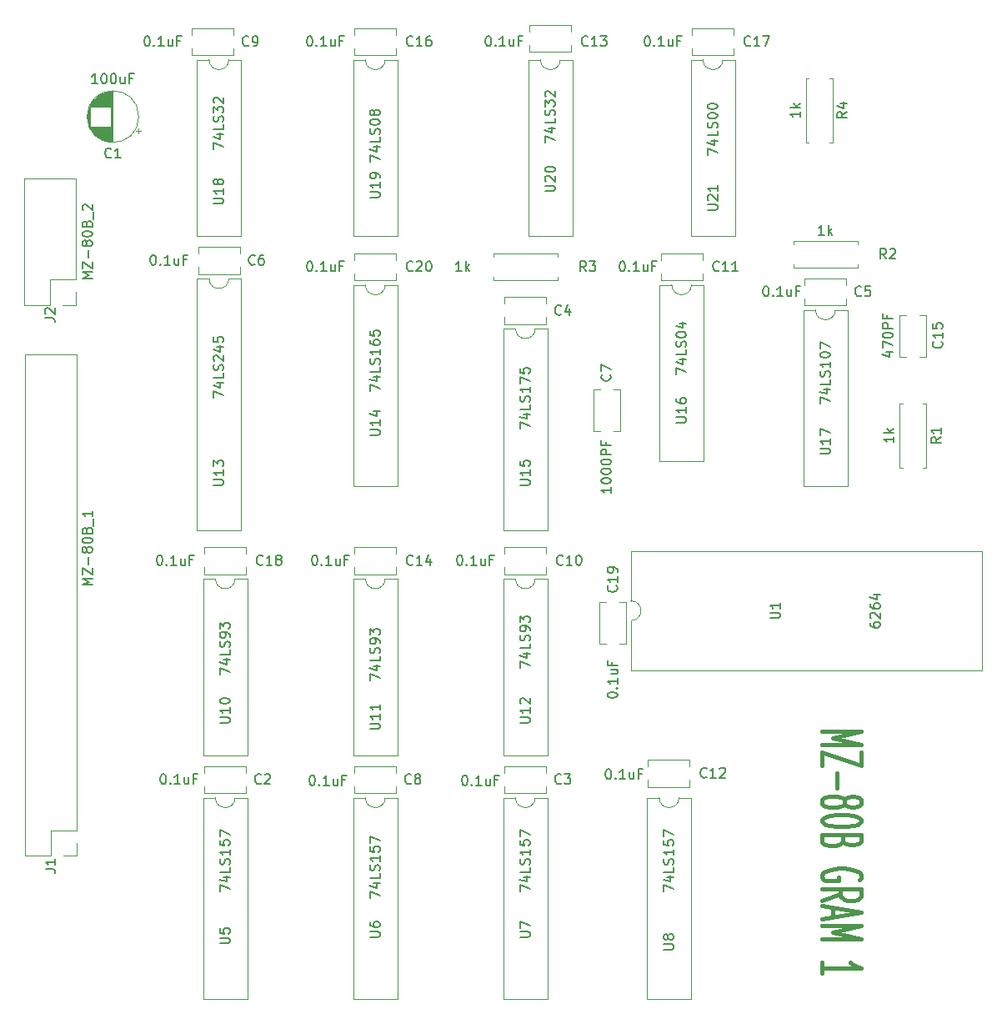
<source format=gto>
G04 #@! TF.GenerationSoftware,KiCad,Pcbnew,(5.1.9)-1*
G04 #@! TF.CreationDate,2022-09-15T15:00:03+09:00*
G04 #@! TF.ProjectId,MZ-80B,4d5a2d38-3042-42e6-9b69-6361645f7063,rev?*
G04 #@! TF.SameCoordinates,PX53920b0PY93c3260*
G04 #@! TF.FileFunction,Legend,Top*
G04 #@! TF.FilePolarity,Positive*
%FSLAX46Y46*%
G04 Gerber Fmt 4.6, Leading zero omitted, Abs format (unit mm)*
G04 Created by KiCad (PCBNEW (5.1.9)-1) date 2022-09-15 15:00:03*
%MOMM*%
%LPD*%
G01*
G04 APERTURE LIST*
%ADD10C,0.150000*%
%ADD11C,0.400000*%
%ADD12C,0.120000*%
G04 APERTURE END LIST*
D10*
X60460142Y23915620D02*
X60555380Y23915620D01*
X60650619Y23868000D01*
X60698238Y23820381D01*
X60745857Y23725143D01*
X60793476Y23534667D01*
X60793476Y23296572D01*
X60745857Y23106096D01*
X60698238Y23010858D01*
X60650619Y22963239D01*
X60555380Y22915620D01*
X60460142Y22915620D01*
X60364904Y22963239D01*
X60317285Y23010858D01*
X60269666Y23106096D01*
X60222047Y23296572D01*
X60222047Y23534667D01*
X60269666Y23725143D01*
X60317285Y23820381D01*
X60364904Y23868000D01*
X60460142Y23915620D01*
X61222047Y23010858D02*
X61269666Y22963239D01*
X61222047Y22915620D01*
X61174428Y22963239D01*
X61222047Y23010858D01*
X61222047Y22915620D01*
X62222047Y22915620D02*
X61650619Y22915620D01*
X61936333Y22915620D02*
X61936333Y23915620D01*
X61841095Y23772762D01*
X61745857Y23677524D01*
X61650619Y23629905D01*
X63079190Y23582286D02*
X63079190Y22915620D01*
X62650619Y23582286D02*
X62650619Y23058477D01*
X62698238Y22963239D01*
X62793476Y22915620D01*
X62936333Y22915620D01*
X63031571Y22963239D01*
X63079190Y23010858D01*
X63888714Y23439429D02*
X63555380Y23439429D01*
X63555380Y22915620D02*
X63555380Y23915620D01*
X64031571Y23915620D01*
X66127380Y11485953D02*
X66127380Y12152620D01*
X67127380Y11724048D01*
X66460714Y12962143D02*
X67127380Y12962143D01*
X66079761Y12724048D02*
X66794047Y12485953D01*
X66794047Y13105000D01*
X67127380Y13962143D02*
X67127380Y13485953D01*
X66127380Y13485953D01*
X67079761Y14247858D02*
X67127380Y14390715D01*
X67127380Y14628810D01*
X67079761Y14724048D01*
X67032142Y14771667D01*
X66936904Y14819286D01*
X66841666Y14819286D01*
X66746428Y14771667D01*
X66698809Y14724048D01*
X66651190Y14628810D01*
X66603571Y14438334D01*
X66555952Y14343096D01*
X66508333Y14295477D01*
X66413095Y14247858D01*
X66317857Y14247858D01*
X66222619Y14295477D01*
X66175000Y14343096D01*
X66127380Y14438334D01*
X66127380Y14676429D01*
X66175000Y14819286D01*
X67127380Y15771667D02*
X67127380Y15200239D01*
X67127380Y15485953D02*
X66127380Y15485953D01*
X66270238Y15390715D01*
X66365476Y15295477D01*
X66413095Y15200239D01*
X66127380Y16676429D02*
X66127380Y16200239D01*
X66603571Y16152620D01*
X66555952Y16200239D01*
X66508333Y16295477D01*
X66508333Y16533572D01*
X66555952Y16628810D01*
X66603571Y16676429D01*
X66698809Y16724048D01*
X66936904Y16724048D01*
X67032142Y16676429D01*
X67079761Y16628810D01*
X67127380Y16533572D01*
X67127380Y16295477D01*
X67079761Y16200239D01*
X67032142Y16152620D01*
X66127380Y17057381D02*
X66127380Y17724048D01*
X67127380Y17295477D01*
X51522380Y11485953D02*
X51522380Y12152620D01*
X52522380Y11724048D01*
X51855714Y12962143D02*
X52522380Y12962143D01*
X51474761Y12724048D02*
X52189047Y12485953D01*
X52189047Y13105000D01*
X52522380Y13962143D02*
X52522380Y13485953D01*
X51522380Y13485953D01*
X52474761Y14247858D02*
X52522380Y14390715D01*
X52522380Y14628810D01*
X52474761Y14724048D01*
X52427142Y14771667D01*
X52331904Y14819286D01*
X52236666Y14819286D01*
X52141428Y14771667D01*
X52093809Y14724048D01*
X52046190Y14628810D01*
X51998571Y14438334D01*
X51950952Y14343096D01*
X51903333Y14295477D01*
X51808095Y14247858D01*
X51712857Y14247858D01*
X51617619Y14295477D01*
X51570000Y14343096D01*
X51522380Y14438334D01*
X51522380Y14676429D01*
X51570000Y14819286D01*
X52522380Y15771667D02*
X52522380Y15200239D01*
X52522380Y15485953D02*
X51522380Y15485953D01*
X51665238Y15390715D01*
X51760476Y15295477D01*
X51808095Y15200239D01*
X51522380Y16676429D02*
X51522380Y16200239D01*
X51998571Y16152620D01*
X51950952Y16200239D01*
X51903333Y16295477D01*
X51903333Y16533572D01*
X51950952Y16628810D01*
X51998571Y16676429D01*
X52093809Y16724048D01*
X52331904Y16724048D01*
X52427142Y16676429D01*
X52474761Y16628810D01*
X52522380Y16533572D01*
X52522380Y16295477D01*
X52474761Y16200239D01*
X52427142Y16152620D01*
X51522380Y17057381D02*
X51522380Y17724048D01*
X52522380Y17295477D01*
X36282380Y10850953D02*
X36282380Y11517620D01*
X37282380Y11089048D01*
X36615714Y12327143D02*
X37282380Y12327143D01*
X36234761Y12089048D02*
X36949047Y11850953D01*
X36949047Y12470000D01*
X37282380Y13327143D02*
X37282380Y12850953D01*
X36282380Y12850953D01*
X37234761Y13612858D02*
X37282380Y13755715D01*
X37282380Y13993810D01*
X37234761Y14089048D01*
X37187142Y14136667D01*
X37091904Y14184286D01*
X36996666Y14184286D01*
X36901428Y14136667D01*
X36853809Y14089048D01*
X36806190Y13993810D01*
X36758571Y13803334D01*
X36710952Y13708096D01*
X36663333Y13660477D01*
X36568095Y13612858D01*
X36472857Y13612858D01*
X36377619Y13660477D01*
X36330000Y13708096D01*
X36282380Y13803334D01*
X36282380Y14041429D01*
X36330000Y14184286D01*
X37282380Y15136667D02*
X37282380Y14565239D01*
X37282380Y14850953D02*
X36282380Y14850953D01*
X36425238Y14755715D01*
X36520476Y14660477D01*
X36568095Y14565239D01*
X36282380Y16041429D02*
X36282380Y15565239D01*
X36758571Y15517620D01*
X36710952Y15565239D01*
X36663333Y15660477D01*
X36663333Y15898572D01*
X36710952Y15993810D01*
X36758571Y16041429D01*
X36853809Y16089048D01*
X37091904Y16089048D01*
X37187142Y16041429D01*
X37234761Y15993810D01*
X37282380Y15898572D01*
X37282380Y15660477D01*
X37234761Y15565239D01*
X37187142Y15517620D01*
X36282380Y16422381D02*
X36282380Y17089048D01*
X37282380Y16660477D01*
X21042380Y11485953D02*
X21042380Y12152620D01*
X22042380Y11724048D01*
X21375714Y12962143D02*
X22042380Y12962143D01*
X20994761Y12724048D02*
X21709047Y12485953D01*
X21709047Y13105000D01*
X22042380Y13962143D02*
X22042380Y13485953D01*
X21042380Y13485953D01*
X21994761Y14247858D02*
X22042380Y14390715D01*
X22042380Y14628810D01*
X21994761Y14724048D01*
X21947142Y14771667D01*
X21851904Y14819286D01*
X21756666Y14819286D01*
X21661428Y14771667D01*
X21613809Y14724048D01*
X21566190Y14628810D01*
X21518571Y14438334D01*
X21470952Y14343096D01*
X21423333Y14295477D01*
X21328095Y14247858D01*
X21232857Y14247858D01*
X21137619Y14295477D01*
X21090000Y14343096D01*
X21042380Y14438334D01*
X21042380Y14676429D01*
X21090000Y14819286D01*
X22042380Y15771667D02*
X22042380Y15200239D01*
X22042380Y15485953D02*
X21042380Y15485953D01*
X21185238Y15390715D01*
X21280476Y15295477D01*
X21328095Y15200239D01*
X21042380Y16676429D02*
X21042380Y16200239D01*
X21518571Y16152620D01*
X21470952Y16200239D01*
X21423333Y16295477D01*
X21423333Y16533572D01*
X21470952Y16628810D01*
X21518571Y16676429D01*
X21613809Y16724048D01*
X21851904Y16724048D01*
X21947142Y16676429D01*
X21994761Y16628810D01*
X22042380Y16533572D01*
X22042380Y16295477D01*
X21994761Y16200239D01*
X21947142Y16152620D01*
X21042380Y17057381D02*
X21042380Y17724048D01*
X22042380Y17295477D01*
X45855142Y23280620D02*
X45950380Y23280620D01*
X46045619Y23233000D01*
X46093238Y23185381D01*
X46140857Y23090143D01*
X46188476Y22899667D01*
X46188476Y22661572D01*
X46140857Y22471096D01*
X46093238Y22375858D01*
X46045619Y22328239D01*
X45950380Y22280620D01*
X45855142Y22280620D01*
X45759904Y22328239D01*
X45712285Y22375858D01*
X45664666Y22471096D01*
X45617047Y22661572D01*
X45617047Y22899667D01*
X45664666Y23090143D01*
X45712285Y23185381D01*
X45759904Y23233000D01*
X45855142Y23280620D01*
X46617047Y22375858D02*
X46664666Y22328239D01*
X46617047Y22280620D01*
X46569428Y22328239D01*
X46617047Y22375858D01*
X46617047Y22280620D01*
X47617047Y22280620D02*
X47045619Y22280620D01*
X47331333Y22280620D02*
X47331333Y23280620D01*
X47236095Y23137762D01*
X47140857Y23042524D01*
X47045619Y22994905D01*
X48474190Y22947286D02*
X48474190Y22280620D01*
X48045619Y22947286D02*
X48045619Y22423477D01*
X48093238Y22328239D01*
X48188476Y22280620D01*
X48331333Y22280620D01*
X48426571Y22328239D01*
X48474190Y22375858D01*
X49283714Y22804429D02*
X48950380Y22804429D01*
X48950380Y22280620D02*
X48950380Y23280620D01*
X49426571Y23280620D01*
X30361142Y23280620D02*
X30456380Y23280620D01*
X30551619Y23233000D01*
X30599238Y23185381D01*
X30646857Y23090143D01*
X30694476Y22899667D01*
X30694476Y22661572D01*
X30646857Y22471096D01*
X30599238Y22375858D01*
X30551619Y22328239D01*
X30456380Y22280620D01*
X30361142Y22280620D01*
X30265904Y22328239D01*
X30218285Y22375858D01*
X30170666Y22471096D01*
X30123047Y22661572D01*
X30123047Y22899667D01*
X30170666Y23090143D01*
X30218285Y23185381D01*
X30265904Y23233000D01*
X30361142Y23280620D01*
X31123047Y22375858D02*
X31170666Y22328239D01*
X31123047Y22280620D01*
X31075428Y22328239D01*
X31123047Y22375858D01*
X31123047Y22280620D01*
X32123047Y22280620D02*
X31551619Y22280620D01*
X31837333Y22280620D02*
X31837333Y23280620D01*
X31742095Y23137762D01*
X31646857Y23042524D01*
X31551619Y22994905D01*
X32980190Y22947286D02*
X32980190Y22280620D01*
X32551619Y22947286D02*
X32551619Y22423477D01*
X32599238Y22328239D01*
X32694476Y22280620D01*
X32837333Y22280620D01*
X32932571Y22328239D01*
X32980190Y22375858D01*
X33789714Y22804429D02*
X33456380Y22804429D01*
X33456380Y22280620D02*
X33456380Y23280620D01*
X33932571Y23280620D01*
X15248142Y23407620D02*
X15343380Y23407620D01*
X15438619Y23360000D01*
X15486238Y23312381D01*
X15533857Y23217143D01*
X15581476Y23026667D01*
X15581476Y22788572D01*
X15533857Y22598096D01*
X15486238Y22502858D01*
X15438619Y22455239D01*
X15343380Y22407620D01*
X15248142Y22407620D01*
X15152904Y22455239D01*
X15105285Y22502858D01*
X15057666Y22598096D01*
X15010047Y22788572D01*
X15010047Y23026667D01*
X15057666Y23217143D01*
X15105285Y23312381D01*
X15152904Y23360000D01*
X15248142Y23407620D01*
X16010047Y22502858D02*
X16057666Y22455239D01*
X16010047Y22407620D01*
X15962428Y22455239D01*
X16010047Y22502858D01*
X16010047Y22407620D01*
X17010047Y22407620D02*
X16438619Y22407620D01*
X16724333Y22407620D02*
X16724333Y23407620D01*
X16629095Y23264762D01*
X16533857Y23169524D01*
X16438619Y23121905D01*
X17867190Y23074286D02*
X17867190Y22407620D01*
X17438619Y23074286D02*
X17438619Y22550477D01*
X17486238Y22455239D01*
X17581476Y22407620D01*
X17724333Y22407620D01*
X17819571Y22455239D01*
X17867190Y22502858D01*
X18676714Y22931429D02*
X18343380Y22931429D01*
X18343380Y22407620D02*
X18343380Y23407620D01*
X18819571Y23407620D01*
X8072380Y42616905D02*
X7072380Y42616905D01*
X7786666Y42950239D01*
X7072380Y43283572D01*
X8072380Y43283572D01*
X7072380Y43664524D02*
X7072380Y44331191D01*
X8072380Y43664524D01*
X8072380Y44331191D01*
X7691428Y44712143D02*
X7691428Y45474048D01*
X7500952Y46093096D02*
X7453333Y45997858D01*
X7405714Y45950239D01*
X7310476Y45902620D01*
X7262857Y45902620D01*
X7167619Y45950239D01*
X7120000Y45997858D01*
X7072380Y46093096D01*
X7072380Y46283572D01*
X7120000Y46378810D01*
X7167619Y46426429D01*
X7262857Y46474048D01*
X7310476Y46474048D01*
X7405714Y46426429D01*
X7453333Y46378810D01*
X7500952Y46283572D01*
X7500952Y46093096D01*
X7548571Y45997858D01*
X7596190Y45950239D01*
X7691428Y45902620D01*
X7881904Y45902620D01*
X7977142Y45950239D01*
X8024761Y45997858D01*
X8072380Y46093096D01*
X8072380Y46283572D01*
X8024761Y46378810D01*
X7977142Y46426429D01*
X7881904Y46474048D01*
X7691428Y46474048D01*
X7596190Y46426429D01*
X7548571Y46378810D01*
X7500952Y46283572D01*
X7072380Y47093096D02*
X7072380Y47188334D01*
X7120000Y47283572D01*
X7167619Y47331191D01*
X7262857Y47378810D01*
X7453333Y47426429D01*
X7691428Y47426429D01*
X7881904Y47378810D01*
X7977142Y47331191D01*
X8024761Y47283572D01*
X8072380Y47188334D01*
X8072380Y47093096D01*
X8024761Y46997858D01*
X7977142Y46950239D01*
X7881904Y46902620D01*
X7691428Y46855000D01*
X7453333Y46855000D01*
X7262857Y46902620D01*
X7167619Y46950239D01*
X7120000Y46997858D01*
X7072380Y47093096D01*
X7548571Y48188334D02*
X7596190Y48331191D01*
X7643809Y48378810D01*
X7739047Y48426429D01*
X7881904Y48426429D01*
X7977142Y48378810D01*
X8024761Y48331191D01*
X8072380Y48235953D01*
X8072380Y47855000D01*
X7072380Y47855000D01*
X7072380Y48188334D01*
X7120000Y48283572D01*
X7167619Y48331191D01*
X7262857Y48378810D01*
X7358095Y48378810D01*
X7453333Y48331191D01*
X7500952Y48283572D01*
X7548571Y48188334D01*
X7548571Y47855000D01*
X8167619Y48616905D02*
X8167619Y49378810D01*
X8072380Y50140715D02*
X8072380Y49569286D01*
X8072380Y49855000D02*
X7072380Y49855000D01*
X7215238Y49759762D01*
X7310476Y49664524D01*
X7358095Y49569286D01*
X21042380Y33552143D02*
X21042380Y34218810D01*
X22042380Y33790239D01*
X21375714Y35028334D02*
X22042380Y35028334D01*
X20994761Y34790239D02*
X21709047Y34552143D01*
X21709047Y35171191D01*
X22042380Y36028334D02*
X22042380Y35552143D01*
X21042380Y35552143D01*
X21994761Y36314048D02*
X22042380Y36456905D01*
X22042380Y36695000D01*
X21994761Y36790239D01*
X21947142Y36837858D01*
X21851904Y36885477D01*
X21756666Y36885477D01*
X21661428Y36837858D01*
X21613809Y36790239D01*
X21566190Y36695000D01*
X21518571Y36504524D01*
X21470952Y36409286D01*
X21423333Y36361667D01*
X21328095Y36314048D01*
X21232857Y36314048D01*
X21137619Y36361667D01*
X21090000Y36409286D01*
X21042380Y36504524D01*
X21042380Y36742620D01*
X21090000Y36885477D01*
X22042380Y37361667D02*
X22042380Y37552143D01*
X21994761Y37647381D01*
X21947142Y37695000D01*
X21804285Y37790239D01*
X21613809Y37837858D01*
X21232857Y37837858D01*
X21137619Y37790239D01*
X21090000Y37742620D01*
X21042380Y37647381D01*
X21042380Y37456905D01*
X21090000Y37361667D01*
X21137619Y37314048D01*
X21232857Y37266429D01*
X21470952Y37266429D01*
X21566190Y37314048D01*
X21613809Y37361667D01*
X21661428Y37456905D01*
X21661428Y37647381D01*
X21613809Y37742620D01*
X21566190Y37790239D01*
X21470952Y37837858D01*
X21042380Y38171191D02*
X21042380Y38790239D01*
X21423333Y38456905D01*
X21423333Y38599762D01*
X21470952Y38695000D01*
X21518571Y38742620D01*
X21613809Y38790239D01*
X21851904Y38790239D01*
X21947142Y38742620D01*
X21994761Y38695000D01*
X22042380Y38599762D01*
X22042380Y38314048D01*
X21994761Y38218810D01*
X21947142Y38171191D01*
X14867142Y45632620D02*
X14962380Y45632620D01*
X15057619Y45585000D01*
X15105238Y45537381D01*
X15152857Y45442143D01*
X15200476Y45251667D01*
X15200476Y45013572D01*
X15152857Y44823096D01*
X15105238Y44727858D01*
X15057619Y44680239D01*
X14962380Y44632620D01*
X14867142Y44632620D01*
X14771904Y44680239D01*
X14724285Y44727858D01*
X14676666Y44823096D01*
X14629047Y45013572D01*
X14629047Y45251667D01*
X14676666Y45442143D01*
X14724285Y45537381D01*
X14771904Y45585000D01*
X14867142Y45632620D01*
X15629047Y44727858D02*
X15676666Y44680239D01*
X15629047Y44632620D01*
X15581428Y44680239D01*
X15629047Y44727858D01*
X15629047Y44632620D01*
X16629047Y44632620D02*
X16057619Y44632620D01*
X16343333Y44632620D02*
X16343333Y45632620D01*
X16248095Y45489762D01*
X16152857Y45394524D01*
X16057619Y45346905D01*
X17486190Y45299286D02*
X17486190Y44632620D01*
X17057619Y45299286D02*
X17057619Y44775477D01*
X17105238Y44680239D01*
X17200476Y44632620D01*
X17343333Y44632620D01*
X17438571Y44680239D01*
X17486190Y44727858D01*
X18295714Y45156429D02*
X17962380Y45156429D01*
X17962380Y44632620D02*
X17962380Y45632620D01*
X18438571Y45632620D01*
X30615142Y45632620D02*
X30710380Y45632620D01*
X30805619Y45585000D01*
X30853238Y45537381D01*
X30900857Y45442143D01*
X30948476Y45251667D01*
X30948476Y45013572D01*
X30900857Y44823096D01*
X30853238Y44727858D01*
X30805619Y44680239D01*
X30710380Y44632620D01*
X30615142Y44632620D01*
X30519904Y44680239D01*
X30472285Y44727858D01*
X30424666Y44823096D01*
X30377047Y45013572D01*
X30377047Y45251667D01*
X30424666Y45442143D01*
X30472285Y45537381D01*
X30519904Y45585000D01*
X30615142Y45632620D01*
X31377047Y44727858D02*
X31424666Y44680239D01*
X31377047Y44632620D01*
X31329428Y44680239D01*
X31377047Y44727858D01*
X31377047Y44632620D01*
X32377047Y44632620D02*
X31805619Y44632620D01*
X32091333Y44632620D02*
X32091333Y45632620D01*
X31996095Y45489762D01*
X31900857Y45394524D01*
X31805619Y45346905D01*
X33234190Y45299286D02*
X33234190Y44632620D01*
X32805619Y45299286D02*
X32805619Y44775477D01*
X32853238Y44680239D01*
X32948476Y44632620D01*
X33091333Y44632620D01*
X33186571Y44680239D01*
X33234190Y44727858D01*
X34043714Y45156429D02*
X33710380Y45156429D01*
X33710380Y44632620D02*
X33710380Y45632620D01*
X34186571Y45632620D01*
X45347142Y45632620D02*
X45442380Y45632620D01*
X45537619Y45585000D01*
X45585238Y45537381D01*
X45632857Y45442143D01*
X45680476Y45251667D01*
X45680476Y45013572D01*
X45632857Y44823096D01*
X45585238Y44727858D01*
X45537619Y44680239D01*
X45442380Y44632620D01*
X45347142Y44632620D01*
X45251904Y44680239D01*
X45204285Y44727858D01*
X45156666Y44823096D01*
X45109047Y45013572D01*
X45109047Y45251667D01*
X45156666Y45442143D01*
X45204285Y45537381D01*
X45251904Y45585000D01*
X45347142Y45632620D01*
X46109047Y44727858D02*
X46156666Y44680239D01*
X46109047Y44632620D01*
X46061428Y44680239D01*
X46109047Y44727858D01*
X46109047Y44632620D01*
X47109047Y44632620D02*
X46537619Y44632620D01*
X46823333Y44632620D02*
X46823333Y45632620D01*
X46728095Y45489762D01*
X46632857Y45394524D01*
X46537619Y45346905D01*
X47966190Y45299286D02*
X47966190Y44632620D01*
X47537619Y45299286D02*
X47537619Y44775477D01*
X47585238Y44680239D01*
X47680476Y44632620D01*
X47823333Y44632620D01*
X47918571Y44680239D01*
X47966190Y44727858D01*
X48775714Y45156429D02*
X48442380Y45156429D01*
X48442380Y44632620D02*
X48442380Y45632620D01*
X48918571Y45632620D01*
X36282380Y32917143D02*
X36282380Y33583810D01*
X37282380Y33155239D01*
X36615714Y34393334D02*
X37282380Y34393334D01*
X36234761Y34155239D02*
X36949047Y33917143D01*
X36949047Y34536191D01*
X37282380Y35393334D02*
X37282380Y34917143D01*
X36282380Y34917143D01*
X37234761Y35679048D02*
X37282380Y35821905D01*
X37282380Y36060000D01*
X37234761Y36155239D01*
X37187142Y36202858D01*
X37091904Y36250477D01*
X36996666Y36250477D01*
X36901428Y36202858D01*
X36853809Y36155239D01*
X36806190Y36060000D01*
X36758571Y35869524D01*
X36710952Y35774286D01*
X36663333Y35726667D01*
X36568095Y35679048D01*
X36472857Y35679048D01*
X36377619Y35726667D01*
X36330000Y35774286D01*
X36282380Y35869524D01*
X36282380Y36107620D01*
X36330000Y36250477D01*
X37282380Y36726667D02*
X37282380Y36917143D01*
X37234761Y37012381D01*
X37187142Y37060000D01*
X37044285Y37155239D01*
X36853809Y37202858D01*
X36472857Y37202858D01*
X36377619Y37155239D01*
X36330000Y37107620D01*
X36282380Y37012381D01*
X36282380Y36821905D01*
X36330000Y36726667D01*
X36377619Y36679048D01*
X36472857Y36631429D01*
X36710952Y36631429D01*
X36806190Y36679048D01*
X36853809Y36726667D01*
X36901428Y36821905D01*
X36901428Y37012381D01*
X36853809Y37107620D01*
X36806190Y37155239D01*
X36710952Y37202858D01*
X36282380Y37536191D02*
X36282380Y38155239D01*
X36663333Y37821905D01*
X36663333Y37964762D01*
X36710952Y38060000D01*
X36758571Y38107620D01*
X36853809Y38155239D01*
X37091904Y38155239D01*
X37187142Y38107620D01*
X37234761Y38060000D01*
X37282380Y37964762D01*
X37282380Y37679048D01*
X37234761Y37583810D01*
X37187142Y37536191D01*
X51522380Y34187143D02*
X51522380Y34853810D01*
X52522380Y34425239D01*
X51855714Y35663334D02*
X52522380Y35663334D01*
X51474761Y35425239D02*
X52189047Y35187143D01*
X52189047Y35806191D01*
X52522380Y36663334D02*
X52522380Y36187143D01*
X51522380Y36187143D01*
X52474761Y36949048D02*
X52522380Y37091905D01*
X52522380Y37330000D01*
X52474761Y37425239D01*
X52427142Y37472858D01*
X52331904Y37520477D01*
X52236666Y37520477D01*
X52141428Y37472858D01*
X52093809Y37425239D01*
X52046190Y37330000D01*
X51998571Y37139524D01*
X51950952Y37044286D01*
X51903333Y36996667D01*
X51808095Y36949048D01*
X51712857Y36949048D01*
X51617619Y36996667D01*
X51570000Y37044286D01*
X51522380Y37139524D01*
X51522380Y37377620D01*
X51570000Y37520477D01*
X52522380Y37996667D02*
X52522380Y38187143D01*
X52474761Y38282381D01*
X52427142Y38330000D01*
X52284285Y38425239D01*
X52093809Y38472858D01*
X51712857Y38472858D01*
X51617619Y38425239D01*
X51570000Y38377620D01*
X51522380Y38282381D01*
X51522380Y38091905D01*
X51570000Y37996667D01*
X51617619Y37949048D01*
X51712857Y37901429D01*
X51950952Y37901429D01*
X52046190Y37949048D01*
X52093809Y37996667D01*
X52141428Y38091905D01*
X52141428Y38282381D01*
X52093809Y38377620D01*
X52046190Y38425239D01*
X51950952Y38472858D01*
X51522380Y38806191D02*
X51522380Y39425239D01*
X51903333Y39091905D01*
X51903333Y39234762D01*
X51950952Y39330000D01*
X51998571Y39377620D01*
X52093809Y39425239D01*
X52331904Y39425239D01*
X52427142Y39377620D01*
X52474761Y39330000D01*
X52522380Y39234762D01*
X52522380Y38949048D01*
X52474761Y38853810D01*
X52427142Y38806191D01*
X60412380Y31377143D02*
X60412380Y31472381D01*
X60460000Y31567620D01*
X60507619Y31615239D01*
X60602857Y31662858D01*
X60793333Y31710477D01*
X61031428Y31710477D01*
X61221904Y31662858D01*
X61317142Y31615239D01*
X61364761Y31567620D01*
X61412380Y31472381D01*
X61412380Y31377143D01*
X61364761Y31281905D01*
X61317142Y31234286D01*
X61221904Y31186667D01*
X61031428Y31139048D01*
X60793333Y31139048D01*
X60602857Y31186667D01*
X60507619Y31234286D01*
X60460000Y31281905D01*
X60412380Y31377143D01*
X61317142Y32139048D02*
X61364761Y32186667D01*
X61412380Y32139048D01*
X61364761Y32091429D01*
X61317142Y32139048D01*
X61412380Y32139048D01*
X61412380Y33139048D02*
X61412380Y32567620D01*
X61412380Y32853334D02*
X60412380Y32853334D01*
X60555238Y32758096D01*
X60650476Y32662858D01*
X60698095Y32567620D01*
X60745714Y33996191D02*
X61412380Y33996191D01*
X60745714Y33567620D02*
X61269523Y33567620D01*
X61364761Y33615239D01*
X61412380Y33710477D01*
X61412380Y33853334D01*
X61364761Y33948572D01*
X61317142Y33996191D01*
X60888571Y34805715D02*
X60888571Y34472381D01*
X61412380Y34472381D02*
X60412380Y34472381D01*
X60412380Y34948572D01*
X87082380Y38766905D02*
X87082380Y38576429D01*
X87130000Y38481191D01*
X87177619Y38433572D01*
X87320476Y38338334D01*
X87510952Y38290715D01*
X87891904Y38290715D01*
X87987142Y38338334D01*
X88034761Y38385953D01*
X88082380Y38481191D01*
X88082380Y38671667D01*
X88034761Y38766905D01*
X87987142Y38814524D01*
X87891904Y38862143D01*
X87653809Y38862143D01*
X87558571Y38814524D01*
X87510952Y38766905D01*
X87463333Y38671667D01*
X87463333Y38481191D01*
X87510952Y38385953D01*
X87558571Y38338334D01*
X87653809Y38290715D01*
X87177619Y39243096D02*
X87130000Y39290715D01*
X87082380Y39385953D01*
X87082380Y39624048D01*
X87130000Y39719286D01*
X87177619Y39766905D01*
X87272857Y39814524D01*
X87368095Y39814524D01*
X87510952Y39766905D01*
X88082380Y39195477D01*
X88082380Y39814524D01*
X87082380Y40671667D02*
X87082380Y40481191D01*
X87130000Y40385953D01*
X87177619Y40338334D01*
X87320476Y40243096D01*
X87510952Y40195477D01*
X87891904Y40195477D01*
X87987142Y40243096D01*
X88034761Y40290715D01*
X88082380Y40385953D01*
X88082380Y40576429D01*
X88034761Y40671667D01*
X87987142Y40719286D01*
X87891904Y40766905D01*
X87653809Y40766905D01*
X87558571Y40719286D01*
X87510952Y40671667D01*
X87463333Y40576429D01*
X87463333Y40385953D01*
X87510952Y40290715D01*
X87558571Y40243096D01*
X87653809Y40195477D01*
X87415714Y41624048D02*
X88082380Y41624048D01*
X87034761Y41385953D02*
X87749047Y41147858D01*
X87749047Y41766905D01*
X89479380Y57673953D02*
X89479380Y57102524D01*
X89479380Y57388239D02*
X88479380Y57388239D01*
X88622238Y57293000D01*
X88717476Y57197762D01*
X88765095Y57102524D01*
X89479380Y58102524D02*
X88479380Y58102524D01*
X89098428Y58197762D02*
X89479380Y58483477D01*
X88812714Y58483477D02*
X89193666Y58102524D01*
X88685714Y66254524D02*
X89352380Y66254524D01*
X88304761Y66016429D02*
X89019047Y65778334D01*
X89019047Y66397381D01*
X88352380Y66683096D02*
X88352380Y67349762D01*
X89352380Y66921191D01*
X88352380Y67921191D02*
X88352380Y68016429D01*
X88400000Y68111667D01*
X88447619Y68159286D01*
X88542857Y68206905D01*
X88733333Y68254524D01*
X88971428Y68254524D01*
X89161904Y68206905D01*
X89257142Y68159286D01*
X89304761Y68111667D01*
X89352380Y68016429D01*
X89352380Y67921191D01*
X89304761Y67825953D01*
X89257142Y67778334D01*
X89161904Y67730715D01*
X88971428Y67683096D01*
X88733333Y67683096D01*
X88542857Y67730715D01*
X88447619Y67778334D01*
X88400000Y67825953D01*
X88352380Y67921191D01*
X89352380Y68683096D02*
X88352380Y68683096D01*
X88352380Y69064048D01*
X88400000Y69159286D01*
X88447619Y69206905D01*
X88542857Y69254524D01*
X88685714Y69254524D01*
X88780952Y69206905D01*
X88828571Y69159286D01*
X88876190Y69064048D01*
X88876190Y68683096D01*
X88828571Y70016429D02*
X88828571Y69683096D01*
X89352380Y69683096D02*
X88352380Y69683096D01*
X88352380Y70159286D01*
X82002380Y61015953D02*
X82002380Y61682620D01*
X83002380Y61254048D01*
X82335714Y62492143D02*
X83002380Y62492143D01*
X81954761Y62254048D02*
X82669047Y62015953D01*
X82669047Y62635000D01*
X83002380Y63492143D02*
X83002380Y63015953D01*
X82002380Y63015953D01*
X82954761Y63777858D02*
X83002380Y63920715D01*
X83002380Y64158810D01*
X82954761Y64254048D01*
X82907142Y64301667D01*
X82811904Y64349286D01*
X82716666Y64349286D01*
X82621428Y64301667D01*
X82573809Y64254048D01*
X82526190Y64158810D01*
X82478571Y63968334D01*
X82430952Y63873096D01*
X82383333Y63825477D01*
X82288095Y63777858D01*
X82192857Y63777858D01*
X82097619Y63825477D01*
X82050000Y63873096D01*
X82002380Y63968334D01*
X82002380Y64206429D01*
X82050000Y64349286D01*
X83002380Y65301667D02*
X83002380Y64730239D01*
X83002380Y65015953D02*
X82002380Y65015953D01*
X82145238Y64920715D01*
X82240476Y64825477D01*
X82288095Y64730239D01*
X82002380Y65920715D02*
X82002380Y66015953D01*
X82050000Y66111191D01*
X82097619Y66158810D01*
X82192857Y66206429D01*
X82383333Y66254048D01*
X82621428Y66254048D01*
X82811904Y66206429D01*
X82907142Y66158810D01*
X82954761Y66111191D01*
X83002380Y66015953D01*
X83002380Y65920715D01*
X82954761Y65825477D01*
X82907142Y65777858D01*
X82811904Y65730239D01*
X82621428Y65682620D01*
X82383333Y65682620D01*
X82192857Y65730239D01*
X82097619Y65777858D01*
X82050000Y65825477D01*
X82002380Y65920715D01*
X82002380Y66587381D02*
X82002380Y67254048D01*
X83002380Y66825477D01*
X67397380Y64032143D02*
X67397380Y64698810D01*
X68397380Y64270239D01*
X67730714Y65508334D02*
X68397380Y65508334D01*
X67349761Y65270239D02*
X68064047Y65032143D01*
X68064047Y65651191D01*
X68397380Y66508334D02*
X68397380Y66032143D01*
X67397380Y66032143D01*
X68349761Y66794048D02*
X68397380Y66936905D01*
X68397380Y67175000D01*
X68349761Y67270239D01*
X68302142Y67317858D01*
X68206904Y67365477D01*
X68111666Y67365477D01*
X68016428Y67317858D01*
X67968809Y67270239D01*
X67921190Y67175000D01*
X67873571Y66984524D01*
X67825952Y66889286D01*
X67778333Y66841667D01*
X67683095Y66794048D01*
X67587857Y66794048D01*
X67492619Y66841667D01*
X67445000Y66889286D01*
X67397380Y66984524D01*
X67397380Y67222620D01*
X67445000Y67365477D01*
X67397380Y67984524D02*
X67397380Y68079762D01*
X67445000Y68175000D01*
X67492619Y68222620D01*
X67587857Y68270239D01*
X67778333Y68317858D01*
X68016428Y68317858D01*
X68206904Y68270239D01*
X68302142Y68222620D01*
X68349761Y68175000D01*
X68397380Y68079762D01*
X68397380Y67984524D01*
X68349761Y67889286D01*
X68302142Y67841667D01*
X68206904Y67794048D01*
X68016428Y67746429D01*
X67778333Y67746429D01*
X67587857Y67794048D01*
X67492619Y67841667D01*
X67445000Y67889286D01*
X67397380Y67984524D01*
X67730714Y69175000D02*
X68397380Y69175000D01*
X67349761Y68936905D02*
X68064047Y68698810D01*
X68064047Y69317858D01*
X60777380Y52538572D02*
X60777380Y51967143D01*
X60777380Y52252858D02*
X59777380Y52252858D01*
X59920238Y52157620D01*
X60015476Y52062381D01*
X60063095Y51967143D01*
X59777380Y53157620D02*
X59777380Y53252858D01*
X59825000Y53348096D01*
X59872619Y53395715D01*
X59967857Y53443334D01*
X60158333Y53490953D01*
X60396428Y53490953D01*
X60586904Y53443334D01*
X60682142Y53395715D01*
X60729761Y53348096D01*
X60777380Y53252858D01*
X60777380Y53157620D01*
X60729761Y53062381D01*
X60682142Y53014762D01*
X60586904Y52967143D01*
X60396428Y52919524D01*
X60158333Y52919524D01*
X59967857Y52967143D01*
X59872619Y53014762D01*
X59825000Y53062381D01*
X59777380Y53157620D01*
X59777380Y54110000D02*
X59777380Y54205239D01*
X59825000Y54300477D01*
X59872619Y54348096D01*
X59967857Y54395715D01*
X60158333Y54443334D01*
X60396428Y54443334D01*
X60586904Y54395715D01*
X60682142Y54348096D01*
X60729761Y54300477D01*
X60777380Y54205239D01*
X60777380Y54110000D01*
X60729761Y54014762D01*
X60682142Y53967143D01*
X60586904Y53919524D01*
X60396428Y53871905D01*
X60158333Y53871905D01*
X59967857Y53919524D01*
X59872619Y53967143D01*
X59825000Y54014762D01*
X59777380Y54110000D01*
X59777380Y55062381D02*
X59777380Y55157620D01*
X59825000Y55252858D01*
X59872619Y55300477D01*
X59967857Y55348096D01*
X60158333Y55395715D01*
X60396428Y55395715D01*
X60586904Y55348096D01*
X60682142Y55300477D01*
X60729761Y55252858D01*
X60777380Y55157620D01*
X60777380Y55062381D01*
X60729761Y54967143D01*
X60682142Y54919524D01*
X60586904Y54871905D01*
X60396428Y54824286D01*
X60158333Y54824286D01*
X59967857Y54871905D01*
X59872619Y54919524D01*
X59825000Y54967143D01*
X59777380Y55062381D01*
X60777380Y55824286D02*
X59777380Y55824286D01*
X59777380Y56205239D01*
X59825000Y56300477D01*
X59872619Y56348096D01*
X59967857Y56395715D01*
X60110714Y56395715D01*
X60205952Y56348096D01*
X60253571Y56300477D01*
X60301190Y56205239D01*
X60301190Y55824286D01*
X60253571Y57157620D02*
X60253571Y56824286D01*
X60777380Y56824286D02*
X59777380Y56824286D01*
X59777380Y57300477D01*
X51522380Y58475953D02*
X51522380Y59142620D01*
X52522380Y58714048D01*
X51855714Y59952143D02*
X52522380Y59952143D01*
X51474761Y59714048D02*
X52189047Y59475953D01*
X52189047Y60095000D01*
X52522380Y60952143D02*
X52522380Y60475953D01*
X51522380Y60475953D01*
X52474761Y61237858D02*
X52522380Y61380715D01*
X52522380Y61618810D01*
X52474761Y61714048D01*
X52427142Y61761667D01*
X52331904Y61809286D01*
X52236666Y61809286D01*
X52141428Y61761667D01*
X52093809Y61714048D01*
X52046190Y61618810D01*
X51998571Y61428334D01*
X51950952Y61333096D01*
X51903333Y61285477D01*
X51808095Y61237858D01*
X51712857Y61237858D01*
X51617619Y61285477D01*
X51570000Y61333096D01*
X51522380Y61428334D01*
X51522380Y61666429D01*
X51570000Y61809286D01*
X52522380Y62761667D02*
X52522380Y62190239D01*
X52522380Y62475953D02*
X51522380Y62475953D01*
X51665238Y62380715D01*
X51760476Y62285477D01*
X51808095Y62190239D01*
X51522380Y63095000D02*
X51522380Y63761667D01*
X52522380Y63333096D01*
X51522380Y64618810D02*
X51522380Y64142620D01*
X51998571Y64095000D01*
X51950952Y64142620D01*
X51903333Y64237858D01*
X51903333Y64475953D01*
X51950952Y64571191D01*
X51998571Y64618810D01*
X52093809Y64666429D01*
X52331904Y64666429D01*
X52427142Y64618810D01*
X52474761Y64571191D01*
X52522380Y64475953D01*
X52522380Y64237858D01*
X52474761Y64142620D01*
X52427142Y64095000D01*
X36282380Y62285953D02*
X36282380Y62952620D01*
X37282380Y62524048D01*
X36615714Y63762143D02*
X37282380Y63762143D01*
X36234761Y63524048D02*
X36949047Y63285953D01*
X36949047Y63905000D01*
X37282380Y64762143D02*
X37282380Y64285953D01*
X36282380Y64285953D01*
X37234761Y65047858D02*
X37282380Y65190715D01*
X37282380Y65428810D01*
X37234761Y65524048D01*
X37187142Y65571667D01*
X37091904Y65619286D01*
X36996666Y65619286D01*
X36901428Y65571667D01*
X36853809Y65524048D01*
X36806190Y65428810D01*
X36758571Y65238334D01*
X36710952Y65143096D01*
X36663333Y65095477D01*
X36568095Y65047858D01*
X36472857Y65047858D01*
X36377619Y65095477D01*
X36330000Y65143096D01*
X36282380Y65238334D01*
X36282380Y65476429D01*
X36330000Y65619286D01*
X37282380Y66571667D02*
X37282380Y66000239D01*
X37282380Y66285953D02*
X36282380Y66285953D01*
X36425238Y66190715D01*
X36520476Y66095477D01*
X36568095Y66000239D01*
X36282380Y67428810D02*
X36282380Y67238334D01*
X36330000Y67143096D01*
X36377619Y67095477D01*
X36520476Y67000239D01*
X36710952Y66952620D01*
X37091904Y66952620D01*
X37187142Y67000239D01*
X37234761Y67047858D01*
X37282380Y67143096D01*
X37282380Y67333572D01*
X37234761Y67428810D01*
X37187142Y67476429D01*
X37091904Y67524048D01*
X36853809Y67524048D01*
X36758571Y67476429D01*
X36710952Y67428810D01*
X36663333Y67333572D01*
X36663333Y67143096D01*
X36710952Y67047858D01*
X36758571Y67000239D01*
X36853809Y66952620D01*
X36282380Y68428810D02*
X36282380Y67952620D01*
X36758571Y67905000D01*
X36710952Y67952620D01*
X36663333Y68047858D01*
X36663333Y68285953D01*
X36710952Y68381191D01*
X36758571Y68428810D01*
X36853809Y68476429D01*
X37091904Y68476429D01*
X37187142Y68428810D01*
X37234761Y68381191D01*
X37282380Y68285953D01*
X37282380Y68047858D01*
X37234761Y67952620D01*
X37187142Y67905000D01*
X76462142Y72937620D02*
X76557380Y72937620D01*
X76652619Y72890000D01*
X76700238Y72842381D01*
X76747857Y72747143D01*
X76795476Y72556667D01*
X76795476Y72318572D01*
X76747857Y72128096D01*
X76700238Y72032858D01*
X76652619Y71985239D01*
X76557380Y71937620D01*
X76462142Y71937620D01*
X76366904Y71985239D01*
X76319285Y72032858D01*
X76271666Y72128096D01*
X76224047Y72318572D01*
X76224047Y72556667D01*
X76271666Y72747143D01*
X76319285Y72842381D01*
X76366904Y72890000D01*
X76462142Y72937620D01*
X77224047Y72032858D02*
X77271666Y71985239D01*
X77224047Y71937620D01*
X77176428Y71985239D01*
X77224047Y72032858D01*
X77224047Y71937620D01*
X78224047Y71937620D02*
X77652619Y71937620D01*
X77938333Y71937620D02*
X77938333Y72937620D01*
X77843095Y72794762D01*
X77747857Y72699524D01*
X77652619Y72651905D01*
X79081190Y72604286D02*
X79081190Y71937620D01*
X78652619Y72604286D02*
X78652619Y72080477D01*
X78700238Y71985239D01*
X78795476Y71937620D01*
X78938333Y71937620D01*
X79033571Y71985239D01*
X79081190Y72032858D01*
X79890714Y72461429D02*
X79557380Y72461429D01*
X79557380Y71937620D02*
X79557380Y72937620D01*
X80033571Y72937620D01*
X82430952Y78160620D02*
X81859523Y78160620D01*
X82145238Y78160620D02*
X82145238Y79160620D01*
X82050000Y79017762D01*
X81954761Y78922524D01*
X81859523Y78874905D01*
X82859523Y78160620D02*
X82859523Y79160620D01*
X82954761Y78541572D02*
X83240476Y78160620D01*
X83240476Y78827286D02*
X82859523Y78446334D01*
X61857142Y75477620D02*
X61952380Y75477620D01*
X62047619Y75430000D01*
X62095238Y75382381D01*
X62142857Y75287143D01*
X62190476Y75096667D01*
X62190476Y74858572D01*
X62142857Y74668096D01*
X62095238Y74572858D01*
X62047619Y74525239D01*
X61952380Y74477620D01*
X61857142Y74477620D01*
X61761904Y74525239D01*
X61714285Y74572858D01*
X61666666Y74668096D01*
X61619047Y74858572D01*
X61619047Y75096667D01*
X61666666Y75287143D01*
X61714285Y75382381D01*
X61761904Y75430000D01*
X61857142Y75477620D01*
X62619047Y74572858D02*
X62666666Y74525239D01*
X62619047Y74477620D01*
X62571428Y74525239D01*
X62619047Y74572858D01*
X62619047Y74477620D01*
X63619047Y74477620D02*
X63047619Y74477620D01*
X63333333Y74477620D02*
X63333333Y75477620D01*
X63238095Y75334762D01*
X63142857Y75239524D01*
X63047619Y75191905D01*
X64476190Y75144286D02*
X64476190Y74477620D01*
X64047619Y75144286D02*
X64047619Y74620477D01*
X64095238Y74525239D01*
X64190476Y74477620D01*
X64333333Y74477620D01*
X64428571Y74525239D01*
X64476190Y74572858D01*
X65285714Y75001429D02*
X64952380Y75001429D01*
X64952380Y74477620D02*
X64952380Y75477620D01*
X65428571Y75477620D01*
X45600952Y74477620D02*
X45029523Y74477620D01*
X45315238Y74477620D02*
X45315238Y75477620D01*
X45220000Y75334762D01*
X45124761Y75239524D01*
X45029523Y75191905D01*
X46029523Y74477620D02*
X46029523Y75477620D01*
X46124761Y74858572D02*
X46410476Y74477620D01*
X46410476Y75144286D02*
X46029523Y74763334D01*
X30107142Y75477620D02*
X30202380Y75477620D01*
X30297619Y75430000D01*
X30345238Y75382381D01*
X30392857Y75287143D01*
X30440476Y75096667D01*
X30440476Y74858572D01*
X30392857Y74668096D01*
X30345238Y74572858D01*
X30297619Y74525239D01*
X30202380Y74477620D01*
X30107142Y74477620D01*
X30011904Y74525239D01*
X29964285Y74572858D01*
X29916666Y74668096D01*
X29869047Y74858572D01*
X29869047Y75096667D01*
X29916666Y75287143D01*
X29964285Y75382381D01*
X30011904Y75430000D01*
X30107142Y75477620D01*
X30869047Y74572858D02*
X30916666Y74525239D01*
X30869047Y74477620D01*
X30821428Y74525239D01*
X30869047Y74572858D01*
X30869047Y74477620D01*
X31869047Y74477620D02*
X31297619Y74477620D01*
X31583333Y74477620D02*
X31583333Y75477620D01*
X31488095Y75334762D01*
X31392857Y75239524D01*
X31297619Y75191905D01*
X32726190Y75144286D02*
X32726190Y74477620D01*
X32297619Y75144286D02*
X32297619Y74620477D01*
X32345238Y74525239D01*
X32440476Y74477620D01*
X32583333Y74477620D01*
X32678571Y74525239D01*
X32726190Y74572858D01*
X33535714Y75001429D02*
X33202380Y75001429D01*
X33202380Y74477620D02*
X33202380Y75477620D01*
X33678571Y75477620D01*
X14232142Y76112620D02*
X14327380Y76112620D01*
X14422619Y76065000D01*
X14470238Y76017381D01*
X14517857Y75922143D01*
X14565476Y75731667D01*
X14565476Y75493572D01*
X14517857Y75303096D01*
X14470238Y75207858D01*
X14422619Y75160239D01*
X14327380Y75112620D01*
X14232142Y75112620D01*
X14136904Y75160239D01*
X14089285Y75207858D01*
X14041666Y75303096D01*
X13994047Y75493572D01*
X13994047Y75731667D01*
X14041666Y75922143D01*
X14089285Y76017381D01*
X14136904Y76065000D01*
X14232142Y76112620D01*
X14994047Y75207858D02*
X15041666Y75160239D01*
X14994047Y75112620D01*
X14946428Y75160239D01*
X14994047Y75207858D01*
X14994047Y75112620D01*
X15994047Y75112620D02*
X15422619Y75112620D01*
X15708333Y75112620D02*
X15708333Y76112620D01*
X15613095Y75969762D01*
X15517857Y75874524D01*
X15422619Y75826905D01*
X16851190Y75779286D02*
X16851190Y75112620D01*
X16422619Y75779286D02*
X16422619Y75255477D01*
X16470238Y75160239D01*
X16565476Y75112620D01*
X16708333Y75112620D01*
X16803571Y75160239D01*
X16851190Y75207858D01*
X17660714Y75636429D02*
X17327380Y75636429D01*
X17327380Y75112620D02*
X17327380Y76112620D01*
X17803571Y76112620D01*
X20407380Y61650953D02*
X20407380Y62317620D01*
X21407380Y61889048D01*
X20740714Y63127143D02*
X21407380Y63127143D01*
X20359761Y62889048D02*
X21074047Y62650953D01*
X21074047Y63270000D01*
X21407380Y64127143D02*
X21407380Y63650953D01*
X20407380Y63650953D01*
X21359761Y64412858D02*
X21407380Y64555715D01*
X21407380Y64793810D01*
X21359761Y64889048D01*
X21312142Y64936667D01*
X21216904Y64984286D01*
X21121666Y64984286D01*
X21026428Y64936667D01*
X20978809Y64889048D01*
X20931190Y64793810D01*
X20883571Y64603334D01*
X20835952Y64508096D01*
X20788333Y64460477D01*
X20693095Y64412858D01*
X20597857Y64412858D01*
X20502619Y64460477D01*
X20455000Y64508096D01*
X20407380Y64603334D01*
X20407380Y64841429D01*
X20455000Y64984286D01*
X20502619Y65365239D02*
X20455000Y65412858D01*
X20407380Y65508096D01*
X20407380Y65746191D01*
X20455000Y65841429D01*
X20502619Y65889048D01*
X20597857Y65936667D01*
X20693095Y65936667D01*
X20835952Y65889048D01*
X21407380Y65317620D01*
X21407380Y65936667D01*
X20740714Y66793810D02*
X21407380Y66793810D01*
X20359761Y66555715D02*
X21074047Y66317620D01*
X21074047Y66936667D01*
X20407380Y67793810D02*
X20407380Y67317620D01*
X20883571Y67270000D01*
X20835952Y67317620D01*
X20788333Y67412858D01*
X20788333Y67650953D01*
X20835952Y67746191D01*
X20883571Y67793810D01*
X20978809Y67841429D01*
X21216904Y67841429D01*
X21312142Y67793810D01*
X21359761Y67746191D01*
X21407380Y67650953D01*
X21407380Y67412858D01*
X21359761Y67317620D01*
X21312142Y67270000D01*
X8072380Y73731905D02*
X7072380Y73731905D01*
X7786666Y74065239D01*
X7072380Y74398572D01*
X8072380Y74398572D01*
X7072380Y74779524D02*
X7072380Y75446191D01*
X8072380Y74779524D01*
X8072380Y75446191D01*
X7691428Y75827143D02*
X7691428Y76589048D01*
X7500952Y77208096D02*
X7453333Y77112858D01*
X7405714Y77065239D01*
X7310476Y77017620D01*
X7262857Y77017620D01*
X7167619Y77065239D01*
X7120000Y77112858D01*
X7072380Y77208096D01*
X7072380Y77398572D01*
X7120000Y77493810D01*
X7167619Y77541429D01*
X7262857Y77589048D01*
X7310476Y77589048D01*
X7405714Y77541429D01*
X7453333Y77493810D01*
X7500952Y77398572D01*
X7500952Y77208096D01*
X7548571Y77112858D01*
X7596190Y77065239D01*
X7691428Y77017620D01*
X7881904Y77017620D01*
X7977142Y77065239D01*
X8024761Y77112858D01*
X8072380Y77208096D01*
X8072380Y77398572D01*
X8024761Y77493810D01*
X7977142Y77541429D01*
X7881904Y77589048D01*
X7691428Y77589048D01*
X7596190Y77541429D01*
X7548571Y77493810D01*
X7500952Y77398572D01*
X7072380Y78208096D02*
X7072380Y78303334D01*
X7120000Y78398572D01*
X7167619Y78446191D01*
X7262857Y78493810D01*
X7453333Y78541429D01*
X7691428Y78541429D01*
X7881904Y78493810D01*
X7977142Y78446191D01*
X8024761Y78398572D01*
X8072380Y78303334D01*
X8072380Y78208096D01*
X8024761Y78112858D01*
X7977142Y78065239D01*
X7881904Y78017620D01*
X7691428Y77970000D01*
X7453333Y77970000D01*
X7262857Y78017620D01*
X7167619Y78065239D01*
X7120000Y78112858D01*
X7072380Y78208096D01*
X7548571Y79303334D02*
X7596190Y79446191D01*
X7643809Y79493810D01*
X7739047Y79541429D01*
X7881904Y79541429D01*
X7977142Y79493810D01*
X8024761Y79446191D01*
X8072380Y79350953D01*
X8072380Y78970000D01*
X7072380Y78970000D01*
X7072380Y79303334D01*
X7120000Y79398572D01*
X7167619Y79446191D01*
X7262857Y79493810D01*
X7358095Y79493810D01*
X7453333Y79446191D01*
X7500952Y79398572D01*
X7548571Y79303334D01*
X7548571Y78970000D01*
X8167619Y79731905D02*
X8167619Y80493810D01*
X7167619Y80684286D02*
X7120000Y80731905D01*
X7072380Y80827143D01*
X7072380Y81065239D01*
X7120000Y81160477D01*
X7167619Y81208096D01*
X7262857Y81255715D01*
X7358095Y81255715D01*
X7500952Y81208096D01*
X8072380Y80636667D01*
X8072380Y81255715D01*
X8612380Y93527620D02*
X8040952Y93527620D01*
X8326666Y93527620D02*
X8326666Y94527620D01*
X8231428Y94384762D01*
X8136190Y94289524D01*
X8040952Y94241905D01*
X9231428Y94527620D02*
X9326666Y94527620D01*
X9421904Y94480000D01*
X9469523Y94432381D01*
X9517142Y94337143D01*
X9564761Y94146667D01*
X9564761Y93908572D01*
X9517142Y93718096D01*
X9469523Y93622858D01*
X9421904Y93575239D01*
X9326666Y93527620D01*
X9231428Y93527620D01*
X9136190Y93575239D01*
X9088571Y93622858D01*
X9040952Y93718096D01*
X8993333Y93908572D01*
X8993333Y94146667D01*
X9040952Y94337143D01*
X9088571Y94432381D01*
X9136190Y94480000D01*
X9231428Y94527620D01*
X10183809Y94527620D02*
X10279047Y94527620D01*
X10374285Y94480000D01*
X10421904Y94432381D01*
X10469523Y94337143D01*
X10517142Y94146667D01*
X10517142Y93908572D01*
X10469523Y93718096D01*
X10421904Y93622858D01*
X10374285Y93575239D01*
X10279047Y93527620D01*
X10183809Y93527620D01*
X10088571Y93575239D01*
X10040952Y93622858D01*
X9993333Y93718096D01*
X9945714Y93908572D01*
X9945714Y94146667D01*
X9993333Y94337143D01*
X10040952Y94432381D01*
X10088571Y94480000D01*
X10183809Y94527620D01*
X11374285Y94194286D02*
X11374285Y93527620D01*
X10945714Y94194286D02*
X10945714Y93670477D01*
X10993333Y93575239D01*
X11088571Y93527620D01*
X11231428Y93527620D01*
X11326666Y93575239D01*
X11374285Y93622858D01*
X12183809Y94051429D02*
X11850476Y94051429D01*
X11850476Y93527620D02*
X11850476Y94527620D01*
X12326666Y94527620D01*
X13597142Y98337620D02*
X13692380Y98337620D01*
X13787619Y98290000D01*
X13835238Y98242381D01*
X13882857Y98147143D01*
X13930476Y97956667D01*
X13930476Y97718572D01*
X13882857Y97528096D01*
X13835238Y97432858D01*
X13787619Y97385239D01*
X13692380Y97337620D01*
X13597142Y97337620D01*
X13501904Y97385239D01*
X13454285Y97432858D01*
X13406666Y97528096D01*
X13359047Y97718572D01*
X13359047Y97956667D01*
X13406666Y98147143D01*
X13454285Y98242381D01*
X13501904Y98290000D01*
X13597142Y98337620D01*
X14359047Y97432858D02*
X14406666Y97385239D01*
X14359047Y97337620D01*
X14311428Y97385239D01*
X14359047Y97432858D01*
X14359047Y97337620D01*
X15359047Y97337620D02*
X14787619Y97337620D01*
X15073333Y97337620D02*
X15073333Y98337620D01*
X14978095Y98194762D01*
X14882857Y98099524D01*
X14787619Y98051905D01*
X16216190Y98004286D02*
X16216190Y97337620D01*
X15787619Y98004286D02*
X15787619Y97480477D01*
X15835238Y97385239D01*
X15930476Y97337620D01*
X16073333Y97337620D01*
X16168571Y97385239D01*
X16216190Y97432858D01*
X17025714Y97861429D02*
X16692380Y97861429D01*
X16692380Y97337620D02*
X16692380Y98337620D01*
X17168571Y98337620D01*
X20407380Y86892143D02*
X20407380Y87558810D01*
X21407380Y87130239D01*
X20740714Y88368334D02*
X21407380Y88368334D01*
X20359761Y88130239D02*
X21074047Y87892143D01*
X21074047Y88511191D01*
X21407380Y89368334D02*
X21407380Y88892143D01*
X20407380Y88892143D01*
X21359761Y89654048D02*
X21407380Y89796905D01*
X21407380Y90035000D01*
X21359761Y90130239D01*
X21312142Y90177858D01*
X21216904Y90225477D01*
X21121666Y90225477D01*
X21026428Y90177858D01*
X20978809Y90130239D01*
X20931190Y90035000D01*
X20883571Y89844524D01*
X20835952Y89749286D01*
X20788333Y89701667D01*
X20693095Y89654048D01*
X20597857Y89654048D01*
X20502619Y89701667D01*
X20455000Y89749286D01*
X20407380Y89844524D01*
X20407380Y90082620D01*
X20455000Y90225477D01*
X20407380Y90558810D02*
X20407380Y91177858D01*
X20788333Y90844524D01*
X20788333Y90987381D01*
X20835952Y91082620D01*
X20883571Y91130239D01*
X20978809Y91177858D01*
X21216904Y91177858D01*
X21312142Y91130239D01*
X21359761Y91082620D01*
X21407380Y90987381D01*
X21407380Y90701667D01*
X21359761Y90606429D01*
X21312142Y90558810D01*
X20502619Y91558810D02*
X20455000Y91606429D01*
X20407380Y91701667D01*
X20407380Y91939762D01*
X20455000Y92035000D01*
X20502619Y92082620D01*
X20597857Y92130239D01*
X20693095Y92130239D01*
X20835952Y92082620D01*
X21407380Y91511191D01*
X21407380Y92130239D01*
X30107142Y98337620D02*
X30202380Y98337620D01*
X30297619Y98290000D01*
X30345238Y98242381D01*
X30392857Y98147143D01*
X30440476Y97956667D01*
X30440476Y97718572D01*
X30392857Y97528096D01*
X30345238Y97432858D01*
X30297619Y97385239D01*
X30202380Y97337620D01*
X30107142Y97337620D01*
X30011904Y97385239D01*
X29964285Y97432858D01*
X29916666Y97528096D01*
X29869047Y97718572D01*
X29869047Y97956667D01*
X29916666Y98147143D01*
X29964285Y98242381D01*
X30011904Y98290000D01*
X30107142Y98337620D01*
X30869047Y97432858D02*
X30916666Y97385239D01*
X30869047Y97337620D01*
X30821428Y97385239D01*
X30869047Y97432858D01*
X30869047Y97337620D01*
X31869047Y97337620D02*
X31297619Y97337620D01*
X31583333Y97337620D02*
X31583333Y98337620D01*
X31488095Y98194762D01*
X31392857Y98099524D01*
X31297619Y98051905D01*
X32726190Y98004286D02*
X32726190Y97337620D01*
X32297619Y98004286D02*
X32297619Y97480477D01*
X32345238Y97385239D01*
X32440476Y97337620D01*
X32583333Y97337620D01*
X32678571Y97385239D01*
X32726190Y97432858D01*
X33535714Y97861429D02*
X33202380Y97861429D01*
X33202380Y97337620D02*
X33202380Y98337620D01*
X33678571Y98337620D01*
X36282380Y85622143D02*
X36282380Y86288810D01*
X37282380Y85860239D01*
X36615714Y87098334D02*
X37282380Y87098334D01*
X36234761Y86860239D02*
X36949047Y86622143D01*
X36949047Y87241191D01*
X37282380Y88098334D02*
X37282380Y87622143D01*
X36282380Y87622143D01*
X37234761Y88384048D02*
X37282380Y88526905D01*
X37282380Y88765000D01*
X37234761Y88860239D01*
X37187142Y88907858D01*
X37091904Y88955477D01*
X36996666Y88955477D01*
X36901428Y88907858D01*
X36853809Y88860239D01*
X36806190Y88765000D01*
X36758571Y88574524D01*
X36710952Y88479286D01*
X36663333Y88431667D01*
X36568095Y88384048D01*
X36472857Y88384048D01*
X36377619Y88431667D01*
X36330000Y88479286D01*
X36282380Y88574524D01*
X36282380Y88812620D01*
X36330000Y88955477D01*
X36282380Y89574524D02*
X36282380Y89669762D01*
X36330000Y89765000D01*
X36377619Y89812620D01*
X36472857Y89860239D01*
X36663333Y89907858D01*
X36901428Y89907858D01*
X37091904Y89860239D01*
X37187142Y89812620D01*
X37234761Y89765000D01*
X37282380Y89669762D01*
X37282380Y89574524D01*
X37234761Y89479286D01*
X37187142Y89431667D01*
X37091904Y89384048D01*
X36901428Y89336429D01*
X36663333Y89336429D01*
X36472857Y89384048D01*
X36377619Y89431667D01*
X36330000Y89479286D01*
X36282380Y89574524D01*
X36710952Y90479286D02*
X36663333Y90384048D01*
X36615714Y90336429D01*
X36520476Y90288810D01*
X36472857Y90288810D01*
X36377619Y90336429D01*
X36330000Y90384048D01*
X36282380Y90479286D01*
X36282380Y90669762D01*
X36330000Y90765000D01*
X36377619Y90812620D01*
X36472857Y90860239D01*
X36520476Y90860239D01*
X36615714Y90812620D01*
X36663333Y90765000D01*
X36710952Y90669762D01*
X36710952Y90479286D01*
X36758571Y90384048D01*
X36806190Y90336429D01*
X36901428Y90288810D01*
X37091904Y90288810D01*
X37187142Y90336429D01*
X37234761Y90384048D01*
X37282380Y90479286D01*
X37282380Y90669762D01*
X37234761Y90765000D01*
X37187142Y90812620D01*
X37091904Y90860239D01*
X36901428Y90860239D01*
X36806190Y90812620D01*
X36758571Y90765000D01*
X36710952Y90669762D01*
X54062380Y87527143D02*
X54062380Y88193810D01*
X55062380Y87765239D01*
X54395714Y89003334D02*
X55062380Y89003334D01*
X54014761Y88765239D02*
X54729047Y88527143D01*
X54729047Y89146191D01*
X55062380Y90003334D02*
X55062380Y89527143D01*
X54062380Y89527143D01*
X55014761Y90289048D02*
X55062380Y90431905D01*
X55062380Y90670000D01*
X55014761Y90765239D01*
X54967142Y90812858D01*
X54871904Y90860477D01*
X54776666Y90860477D01*
X54681428Y90812858D01*
X54633809Y90765239D01*
X54586190Y90670000D01*
X54538571Y90479524D01*
X54490952Y90384286D01*
X54443333Y90336667D01*
X54348095Y90289048D01*
X54252857Y90289048D01*
X54157619Y90336667D01*
X54110000Y90384286D01*
X54062380Y90479524D01*
X54062380Y90717620D01*
X54110000Y90860477D01*
X54062380Y91193810D02*
X54062380Y91812858D01*
X54443333Y91479524D01*
X54443333Y91622381D01*
X54490952Y91717620D01*
X54538571Y91765239D01*
X54633809Y91812858D01*
X54871904Y91812858D01*
X54967142Y91765239D01*
X55014761Y91717620D01*
X55062380Y91622381D01*
X55062380Y91336667D01*
X55014761Y91241429D01*
X54967142Y91193810D01*
X54157619Y92193810D02*
X54110000Y92241429D01*
X54062380Y92336667D01*
X54062380Y92574762D01*
X54110000Y92670000D01*
X54157619Y92717620D01*
X54252857Y92765239D01*
X54348095Y92765239D01*
X54490952Y92717620D01*
X55062380Y92146191D01*
X55062380Y92765239D01*
X48268142Y98337620D02*
X48363380Y98337620D01*
X48458619Y98290000D01*
X48506238Y98242381D01*
X48553857Y98147143D01*
X48601476Y97956667D01*
X48601476Y97718572D01*
X48553857Y97528096D01*
X48506238Y97432858D01*
X48458619Y97385239D01*
X48363380Y97337620D01*
X48268142Y97337620D01*
X48172904Y97385239D01*
X48125285Y97432858D01*
X48077666Y97528096D01*
X48030047Y97718572D01*
X48030047Y97956667D01*
X48077666Y98147143D01*
X48125285Y98242381D01*
X48172904Y98290000D01*
X48268142Y98337620D01*
X49030047Y97432858D02*
X49077666Y97385239D01*
X49030047Y97337620D01*
X48982428Y97385239D01*
X49030047Y97432858D01*
X49030047Y97337620D01*
X50030047Y97337620D02*
X49458619Y97337620D01*
X49744333Y97337620D02*
X49744333Y98337620D01*
X49649095Y98194762D01*
X49553857Y98099524D01*
X49458619Y98051905D01*
X50887190Y98004286D02*
X50887190Y97337620D01*
X50458619Y98004286D02*
X50458619Y97480477D01*
X50506238Y97385239D01*
X50601476Y97337620D01*
X50744333Y97337620D01*
X50839571Y97385239D01*
X50887190Y97432858D01*
X51696714Y97861429D02*
X51363380Y97861429D01*
X51363380Y97337620D02*
X51363380Y98337620D01*
X51839571Y98337620D01*
X64397142Y98337620D02*
X64492380Y98337620D01*
X64587619Y98290000D01*
X64635238Y98242381D01*
X64682857Y98147143D01*
X64730476Y97956667D01*
X64730476Y97718572D01*
X64682857Y97528096D01*
X64635238Y97432858D01*
X64587619Y97385239D01*
X64492380Y97337620D01*
X64397142Y97337620D01*
X64301904Y97385239D01*
X64254285Y97432858D01*
X64206666Y97528096D01*
X64159047Y97718572D01*
X64159047Y97956667D01*
X64206666Y98147143D01*
X64254285Y98242381D01*
X64301904Y98290000D01*
X64397142Y98337620D01*
X65159047Y97432858D02*
X65206666Y97385239D01*
X65159047Y97337620D01*
X65111428Y97385239D01*
X65159047Y97432858D01*
X65159047Y97337620D01*
X66159047Y97337620D02*
X65587619Y97337620D01*
X65873333Y97337620D02*
X65873333Y98337620D01*
X65778095Y98194762D01*
X65682857Y98099524D01*
X65587619Y98051905D01*
X67016190Y98004286D02*
X67016190Y97337620D01*
X66587619Y98004286D02*
X66587619Y97480477D01*
X66635238Y97385239D01*
X66730476Y97337620D01*
X66873333Y97337620D01*
X66968571Y97385239D01*
X67016190Y97432858D01*
X67825714Y97861429D02*
X67492380Y97861429D01*
X67492380Y97337620D02*
X67492380Y98337620D01*
X67968571Y98337620D01*
X70572380Y86257143D02*
X70572380Y86923810D01*
X71572380Y86495239D01*
X70905714Y87733334D02*
X71572380Y87733334D01*
X70524761Y87495239D02*
X71239047Y87257143D01*
X71239047Y87876191D01*
X71572380Y88733334D02*
X71572380Y88257143D01*
X70572380Y88257143D01*
X71524761Y89019048D02*
X71572380Y89161905D01*
X71572380Y89400000D01*
X71524761Y89495239D01*
X71477142Y89542858D01*
X71381904Y89590477D01*
X71286666Y89590477D01*
X71191428Y89542858D01*
X71143809Y89495239D01*
X71096190Y89400000D01*
X71048571Y89209524D01*
X71000952Y89114286D01*
X70953333Y89066667D01*
X70858095Y89019048D01*
X70762857Y89019048D01*
X70667619Y89066667D01*
X70620000Y89114286D01*
X70572380Y89209524D01*
X70572380Y89447620D01*
X70620000Y89590477D01*
X70572380Y90209524D02*
X70572380Y90304762D01*
X70620000Y90400000D01*
X70667619Y90447620D01*
X70762857Y90495239D01*
X70953333Y90542858D01*
X71191428Y90542858D01*
X71381904Y90495239D01*
X71477142Y90447620D01*
X71524761Y90400000D01*
X71572380Y90304762D01*
X71572380Y90209524D01*
X71524761Y90114286D01*
X71477142Y90066667D01*
X71381904Y90019048D01*
X71191428Y89971429D01*
X70953333Y89971429D01*
X70762857Y90019048D01*
X70667619Y90066667D01*
X70620000Y90114286D01*
X70572380Y90209524D01*
X70572380Y91161905D02*
X70572380Y91257143D01*
X70620000Y91352381D01*
X70667619Y91400000D01*
X70762857Y91447620D01*
X70953333Y91495239D01*
X71191428Y91495239D01*
X71381904Y91447620D01*
X71477142Y91400000D01*
X71524761Y91352381D01*
X71572380Y91257143D01*
X71572380Y91161905D01*
X71524761Y91066667D01*
X71477142Y91019048D01*
X71381904Y90971429D01*
X71191428Y90923810D01*
X70953333Y90923810D01*
X70762857Y90971429D01*
X70667619Y91019048D01*
X70620000Y91066667D01*
X70572380Y91161905D01*
X79954380Y90685953D02*
X79954380Y90114524D01*
X79954380Y90400239D02*
X78954380Y90400239D01*
X79097238Y90305000D01*
X79192476Y90209762D01*
X79240095Y90114524D01*
X79954380Y91114524D02*
X78954380Y91114524D01*
X79573428Y91209762D02*
X79954380Y91495477D01*
X79287714Y91495477D02*
X79668666Y91114524D01*
D11*
X82190476Y27738096D02*
X86190476Y27738096D01*
X83333333Y27071429D01*
X86190476Y26404762D01*
X82190476Y26404762D01*
X86190476Y25642858D02*
X86190476Y24309524D01*
X82190476Y25642858D01*
X82190476Y24309524D01*
X83714285Y23547620D02*
X83714285Y22023810D01*
X84476190Y20785715D02*
X84666666Y20976191D01*
X84857142Y21071429D01*
X85238095Y21166667D01*
X85428571Y21166667D01*
X85809523Y21071429D01*
X86000000Y20976191D01*
X86190476Y20785715D01*
X86190476Y20404762D01*
X86000000Y20214286D01*
X85809523Y20119048D01*
X85428571Y20023810D01*
X85238095Y20023810D01*
X84857142Y20119048D01*
X84666666Y20214286D01*
X84476190Y20404762D01*
X84476190Y20785715D01*
X84285714Y20976191D01*
X84095238Y21071429D01*
X83714285Y21166667D01*
X82952380Y21166667D01*
X82571428Y21071429D01*
X82380952Y20976191D01*
X82190476Y20785715D01*
X82190476Y20404762D01*
X82380952Y20214286D01*
X82571428Y20119048D01*
X82952380Y20023810D01*
X83714285Y20023810D01*
X84095238Y20119048D01*
X84285714Y20214286D01*
X84476190Y20404762D01*
X86190476Y18785715D02*
X86190476Y18595239D01*
X86000000Y18404762D01*
X85809523Y18309524D01*
X85428571Y18214286D01*
X84666666Y18119048D01*
X83714285Y18119048D01*
X82952380Y18214286D01*
X82571428Y18309524D01*
X82380952Y18404762D01*
X82190476Y18595239D01*
X82190476Y18785715D01*
X82380952Y18976191D01*
X82571428Y19071429D01*
X82952380Y19166667D01*
X83714285Y19261905D01*
X84666666Y19261905D01*
X85428571Y19166667D01*
X85809523Y19071429D01*
X86000000Y18976191D01*
X86190476Y18785715D01*
X84285714Y16595239D02*
X84095238Y16309524D01*
X83904761Y16214286D01*
X83523809Y16119048D01*
X82952380Y16119048D01*
X82571428Y16214286D01*
X82380952Y16309524D01*
X82190476Y16500000D01*
X82190476Y17261905D01*
X86190476Y17261905D01*
X86190476Y16595239D01*
X86000000Y16404762D01*
X85809523Y16309524D01*
X85428571Y16214286D01*
X85047619Y16214286D01*
X84666666Y16309524D01*
X84476190Y16404762D01*
X84285714Y16595239D01*
X84285714Y17261905D01*
X86000000Y12690477D02*
X86190476Y12880953D01*
X86190476Y13166667D01*
X86000000Y13452381D01*
X85619047Y13642858D01*
X85238095Y13738096D01*
X84476190Y13833334D01*
X83904761Y13833334D01*
X83142857Y13738096D01*
X82761904Y13642858D01*
X82380952Y13452381D01*
X82190476Y13166667D01*
X82190476Y12976191D01*
X82380952Y12690477D01*
X82571428Y12595239D01*
X83904761Y12595239D01*
X83904761Y12976191D01*
X82190476Y10595239D02*
X84095238Y11261905D01*
X82190476Y11738096D02*
X86190476Y11738096D01*
X86190476Y10976191D01*
X86000000Y10785715D01*
X85809523Y10690477D01*
X85428571Y10595239D01*
X84857142Y10595239D01*
X84476190Y10690477D01*
X84285714Y10785715D01*
X84095238Y10976191D01*
X84095238Y11738096D01*
X83333333Y9833334D02*
X83333333Y8880953D01*
X82190476Y10023810D02*
X86190476Y9357143D01*
X82190476Y8690477D01*
X82190476Y8023810D02*
X86190476Y8023810D01*
X83333333Y7357143D01*
X86190476Y6690477D01*
X82190476Y6690477D01*
X82190476Y3166667D02*
X82190476Y4309524D01*
X82190476Y3738096D02*
X86190476Y3738096D01*
X85619047Y3928572D01*
X85238095Y4119048D01*
X85047619Y4309524D01*
D12*
X59660000Y58225000D02*
X58955000Y58225000D01*
X61695000Y58225000D02*
X60990000Y58225000D01*
X59660000Y62465000D02*
X58955000Y62465000D01*
X61695000Y62465000D02*
X60990000Y62465000D01*
X58955000Y62465000D02*
X58955000Y58225000D01*
X61695000Y62465000D02*
X61695000Y58225000D01*
X90070000Y65805000D02*
X90070000Y70045000D01*
X92810000Y65805000D02*
X92810000Y70045000D01*
X90070000Y65805000D02*
X90775000Y65805000D01*
X92105000Y65805000D02*
X92810000Y65805000D01*
X90070000Y70045000D02*
X90775000Y70045000D01*
X92105000Y70045000D02*
X92810000Y70045000D01*
X90070000Y54515000D02*
X90400000Y54515000D01*
X90070000Y61055000D02*
X90070000Y54515000D01*
X90400000Y61055000D02*
X90070000Y61055000D01*
X92810000Y54515000D02*
X92480000Y54515000D01*
X92810000Y61055000D02*
X92810000Y54515000D01*
X92480000Y61055000D02*
X92810000Y61055000D01*
X85820000Y75160000D02*
X85820000Y74830000D01*
X85820000Y74830000D02*
X79280000Y74830000D01*
X79280000Y74830000D02*
X79280000Y75160000D01*
X85820000Y77240000D02*
X85820000Y77570000D01*
X85820000Y77570000D02*
X79280000Y77570000D01*
X79280000Y77570000D02*
X79280000Y77240000D01*
X55340000Y73890000D02*
X55340000Y73560000D01*
X55340000Y73560000D02*
X48800000Y73560000D01*
X48800000Y73560000D02*
X48800000Y73890000D01*
X55340000Y75970000D02*
X55340000Y76300000D01*
X55340000Y76300000D02*
X48800000Y76300000D01*
X48800000Y76300000D02*
X48800000Y75970000D01*
X80545000Y87535000D02*
X80875000Y87535000D01*
X80545000Y94075000D02*
X80545000Y87535000D01*
X80875000Y94075000D02*
X80545000Y94075000D01*
X83285000Y87535000D02*
X82955000Y87535000D01*
X83285000Y94075000D02*
X83285000Y87535000D01*
X82955000Y94075000D02*
X83285000Y94075000D01*
X62805000Y46065000D02*
X62805000Y41005000D01*
X98485000Y46065000D02*
X62805000Y46065000D01*
X98485000Y33945000D02*
X98485000Y46065000D01*
X62805000Y33945000D02*
X98485000Y33945000D01*
X62805000Y39005000D02*
X62805000Y33945000D01*
X62805000Y41005000D02*
G75*
G02*
X62805000Y39005000I0J-1000000D01*
G01*
X23840000Y21015000D02*
X22590000Y21015000D01*
X23840000Y575000D02*
X23840000Y21015000D01*
X19340000Y575000D02*
X23840000Y575000D01*
X19340000Y21015000D02*
X19340000Y575000D01*
X20590000Y21015000D02*
X19340000Y21015000D01*
X22590000Y21015000D02*
G75*
G02*
X20590000Y21015000I-1000000J0D01*
G01*
X39080000Y21015000D02*
X37830000Y21015000D01*
X39080000Y575000D02*
X39080000Y21015000D01*
X34580000Y575000D02*
X39080000Y575000D01*
X34580000Y21015000D02*
X34580000Y575000D01*
X35830000Y21015000D02*
X34580000Y21015000D01*
X37830000Y21015000D02*
G75*
G02*
X35830000Y21015000I-1000000J0D01*
G01*
X51070000Y21015000D02*
X49820000Y21015000D01*
X49820000Y21015000D02*
X49820000Y575000D01*
X49820000Y575000D02*
X54320000Y575000D01*
X54320000Y575000D02*
X54320000Y21015000D01*
X54320000Y21015000D02*
X53070000Y21015000D01*
X53070000Y21015000D02*
G75*
G02*
X51070000Y21015000I-1000000J0D01*
G01*
X65675000Y21015000D02*
X64425000Y21015000D01*
X64425000Y21015000D02*
X64425000Y575000D01*
X64425000Y575000D02*
X68925000Y575000D01*
X68925000Y575000D02*
X68925000Y21015000D01*
X68925000Y21015000D02*
X67675000Y21015000D01*
X67675000Y21015000D02*
G75*
G02*
X65675000Y21015000I-1000000J0D01*
G01*
X23840000Y43240000D02*
X22590000Y43240000D01*
X23840000Y25340000D02*
X23840000Y43240000D01*
X19340000Y25340000D02*
X23840000Y25340000D01*
X19340000Y43240000D02*
X19340000Y25340000D01*
X20590000Y43240000D02*
X19340000Y43240000D01*
X22590000Y43240000D02*
G75*
G02*
X20590000Y43240000I-1000000J0D01*
G01*
X35830000Y43240000D02*
X34580000Y43240000D01*
X34580000Y43240000D02*
X34580000Y25340000D01*
X34580000Y25340000D02*
X39080000Y25340000D01*
X39080000Y25340000D02*
X39080000Y43240000D01*
X39080000Y43240000D02*
X37830000Y43240000D01*
X37830000Y43240000D02*
G75*
G02*
X35830000Y43240000I-1000000J0D01*
G01*
X54320000Y43240000D02*
X53070000Y43240000D01*
X54320000Y25340000D02*
X54320000Y43240000D01*
X49820000Y25340000D02*
X54320000Y25340000D01*
X49820000Y43240000D02*
X49820000Y25340000D01*
X51070000Y43240000D02*
X49820000Y43240000D01*
X53070000Y43240000D02*
G75*
G02*
X51070000Y43240000I-1000000J0D01*
G01*
X23205000Y73720000D02*
X21955000Y73720000D01*
X23205000Y48200000D02*
X23205000Y73720000D01*
X18705000Y48200000D02*
X23205000Y48200000D01*
X18705000Y73720000D02*
X18705000Y48200000D01*
X19955000Y73720000D02*
X18705000Y73720000D01*
X21955000Y73720000D02*
G75*
G02*
X19955000Y73720000I-1000000J0D01*
G01*
X66945000Y73085000D02*
X65695000Y73085000D01*
X65695000Y73085000D02*
X65695000Y55185000D01*
X65695000Y55185000D02*
X70195000Y55185000D01*
X70195000Y55185000D02*
X70195000Y73085000D01*
X70195000Y73085000D02*
X68945000Y73085000D01*
X68945000Y73085000D02*
G75*
G02*
X66945000Y73085000I-1000000J0D01*
G01*
X81550000Y70545000D02*
X80300000Y70545000D01*
X80300000Y70545000D02*
X80300000Y52645000D01*
X80300000Y52645000D02*
X84800000Y52645000D01*
X84800000Y52645000D02*
X84800000Y70545000D01*
X84800000Y70545000D02*
X83550000Y70545000D01*
X83550000Y70545000D02*
G75*
G02*
X81550000Y70545000I-1000000J0D01*
G01*
X19955000Y95945000D02*
X18705000Y95945000D01*
X18705000Y95945000D02*
X18705000Y78045000D01*
X18705000Y78045000D02*
X23205000Y78045000D01*
X23205000Y78045000D02*
X23205000Y95945000D01*
X23205000Y95945000D02*
X21955000Y95945000D01*
X21955000Y95945000D02*
G75*
G02*
X19955000Y95945000I-1000000J0D01*
G01*
X39080000Y95945000D02*
X37830000Y95945000D01*
X39080000Y78045000D02*
X39080000Y95945000D01*
X34580000Y78045000D02*
X39080000Y78045000D01*
X34580000Y95945000D02*
X34580000Y78045000D01*
X35830000Y95945000D02*
X34580000Y95945000D01*
X37830000Y95945000D02*
G75*
G02*
X35830000Y95945000I-1000000J0D01*
G01*
X56860000Y95945000D02*
X55610000Y95945000D01*
X56860000Y78045000D02*
X56860000Y95945000D01*
X52360000Y78045000D02*
X56860000Y78045000D01*
X52360000Y95945000D02*
X52360000Y78045000D01*
X53610000Y95945000D02*
X52360000Y95945000D01*
X55610000Y95945000D02*
G75*
G02*
X53610000Y95945000I-1000000J0D01*
G01*
X73370000Y95945000D02*
X72120000Y95945000D01*
X73370000Y78045000D02*
X73370000Y95945000D01*
X68870000Y78045000D02*
X73370000Y78045000D01*
X68870000Y95945000D02*
X68870000Y78045000D01*
X70120000Y95945000D02*
X68870000Y95945000D01*
X72120000Y95945000D02*
G75*
G02*
X70120000Y95945000I-1000000J0D01*
G01*
X23730000Y21490000D02*
X19490000Y21490000D01*
X23730000Y24230000D02*
X19490000Y24230000D01*
X23730000Y21490000D02*
X23730000Y22195000D01*
X23730000Y23525000D02*
X23730000Y24230000D01*
X19490000Y21490000D02*
X19490000Y22195000D01*
X19490000Y23525000D02*
X19490000Y24230000D01*
X49970000Y23525000D02*
X49970000Y24230000D01*
X49970000Y21490000D02*
X49970000Y22195000D01*
X54210000Y23525000D02*
X54210000Y24230000D01*
X54210000Y21490000D02*
X54210000Y22195000D01*
X54210000Y24230000D02*
X49970000Y24230000D01*
X54210000Y21490000D02*
X49970000Y21490000D01*
X49970000Y71150000D02*
X49970000Y71855000D01*
X49970000Y69115000D02*
X49970000Y69820000D01*
X54210000Y71150000D02*
X54210000Y71855000D01*
X54210000Y69115000D02*
X54210000Y69820000D01*
X54210000Y71855000D02*
X49970000Y71855000D01*
X54210000Y69115000D02*
X49970000Y69115000D01*
X84650000Y71020000D02*
X80410000Y71020000D01*
X84650000Y73760000D02*
X80410000Y73760000D01*
X84650000Y71020000D02*
X84650000Y71725000D01*
X84650000Y73055000D02*
X84650000Y73760000D01*
X80410000Y71020000D02*
X80410000Y71725000D01*
X80410000Y73055000D02*
X80410000Y73760000D01*
X23095000Y74195000D02*
X18855000Y74195000D01*
X23095000Y76935000D02*
X18855000Y76935000D01*
X23095000Y74195000D02*
X23095000Y74900000D01*
X23095000Y76230000D02*
X23095000Y76935000D01*
X18855000Y74195000D02*
X18855000Y74900000D01*
X18855000Y76230000D02*
X18855000Y76935000D01*
X38970000Y21490000D02*
X34730000Y21490000D01*
X38970000Y24230000D02*
X34730000Y24230000D01*
X38970000Y21490000D02*
X38970000Y22195000D01*
X38970000Y23525000D02*
X38970000Y24230000D01*
X34730000Y21490000D02*
X34730000Y22195000D01*
X34730000Y23525000D02*
X34730000Y24230000D01*
X18220000Y98455000D02*
X18220000Y99160000D01*
X18220000Y96420000D02*
X18220000Y97125000D01*
X22460000Y98455000D02*
X22460000Y99160000D01*
X22460000Y96420000D02*
X22460000Y97125000D01*
X22460000Y99160000D02*
X18220000Y99160000D01*
X22460000Y96420000D02*
X18220000Y96420000D01*
X49970000Y45750000D02*
X49970000Y46455000D01*
X49970000Y43715000D02*
X49970000Y44420000D01*
X54210000Y45750000D02*
X54210000Y46455000D01*
X54210000Y43715000D02*
X54210000Y44420000D01*
X54210000Y46455000D02*
X49970000Y46455000D01*
X54210000Y43715000D02*
X49970000Y43715000D01*
X70085000Y73560000D02*
X65845000Y73560000D01*
X70085000Y76300000D02*
X65845000Y76300000D01*
X70085000Y73560000D02*
X70085000Y74265000D01*
X70085000Y75595000D02*
X70085000Y76300000D01*
X65845000Y73560000D02*
X65845000Y74265000D01*
X65845000Y75595000D02*
X65845000Y76300000D01*
X64535000Y24160000D02*
X64535000Y24865000D01*
X64535000Y22125000D02*
X64535000Y22830000D01*
X68775000Y24160000D02*
X68775000Y24865000D01*
X68775000Y22125000D02*
X68775000Y22830000D01*
X68775000Y24865000D02*
X64535000Y24865000D01*
X68775000Y22125000D02*
X64535000Y22125000D01*
X52510000Y98795000D02*
X52510000Y99500000D01*
X52510000Y96760000D02*
X52510000Y97465000D01*
X56750000Y98795000D02*
X56750000Y99500000D01*
X56750000Y96760000D02*
X56750000Y97465000D01*
X56750000Y99500000D02*
X52510000Y99500000D01*
X56750000Y96760000D02*
X52510000Y96760000D01*
X38970000Y43715000D02*
X34730000Y43715000D01*
X38970000Y46455000D02*
X34730000Y46455000D01*
X38970000Y43715000D02*
X38970000Y44420000D01*
X38970000Y45750000D02*
X38970000Y46455000D01*
X34730000Y43715000D02*
X34730000Y44420000D01*
X34730000Y45750000D02*
X34730000Y46455000D01*
X34730000Y98455000D02*
X34730000Y99160000D01*
X34730000Y96420000D02*
X34730000Y97125000D01*
X38970000Y98455000D02*
X38970000Y99160000D01*
X38970000Y96420000D02*
X38970000Y97125000D01*
X38970000Y99160000D02*
X34730000Y99160000D01*
X38970000Y96420000D02*
X34730000Y96420000D01*
X73260000Y96420000D02*
X69020000Y96420000D01*
X73260000Y99160000D02*
X69020000Y99160000D01*
X73260000Y96420000D02*
X73260000Y97125000D01*
X73260000Y98455000D02*
X73260000Y99160000D01*
X69020000Y96420000D02*
X69020000Y97125000D01*
X69020000Y98455000D02*
X69020000Y99160000D01*
X19490000Y45750000D02*
X19490000Y46455000D01*
X19490000Y43715000D02*
X19490000Y44420000D01*
X23730000Y45750000D02*
X23730000Y46455000D01*
X23730000Y43715000D02*
X23730000Y44420000D01*
X23730000Y46455000D02*
X19490000Y46455000D01*
X23730000Y43715000D02*
X19490000Y43715000D01*
X62330000Y40875000D02*
X62330000Y36635000D01*
X59590000Y40875000D02*
X59590000Y36635000D01*
X62330000Y40875000D02*
X61625000Y40875000D01*
X60295000Y40875000D02*
X59590000Y40875000D01*
X62330000Y36635000D02*
X61625000Y36635000D01*
X60295000Y36635000D02*
X59590000Y36635000D01*
X38970000Y73560000D02*
X34730000Y73560000D01*
X38970000Y76300000D02*
X34730000Y76300000D01*
X38970000Y73560000D02*
X38970000Y74265000D01*
X38970000Y75595000D02*
X38970000Y76300000D01*
X34730000Y73560000D02*
X34730000Y74265000D01*
X34730000Y75595000D02*
X34730000Y76300000D01*
X6490000Y66020000D02*
X1290000Y66020000D01*
X6490000Y17700000D02*
X6490000Y66020000D01*
X1290000Y15100000D02*
X1290000Y66020000D01*
X6490000Y17700000D02*
X3890000Y17700000D01*
X3890000Y17700000D02*
X3890000Y15100000D01*
X3890000Y15100000D02*
X1290000Y15100000D01*
X6490000Y16430000D02*
X6490000Y15100000D01*
X6490000Y15100000D02*
X5160000Y15100000D01*
X6410000Y83880000D02*
X1210000Y83880000D01*
X6410000Y73660000D02*
X6410000Y83880000D01*
X1210000Y71060000D02*
X1210000Y83880000D01*
X6410000Y73660000D02*
X3810000Y73660000D01*
X3810000Y73660000D02*
X3810000Y71060000D01*
X3810000Y71060000D02*
X1210000Y71060000D01*
X6410000Y72390000D02*
X6410000Y71060000D01*
X6410000Y71060000D02*
X5080000Y71060000D01*
X12800000Y90170000D02*
G75*
G03*
X12800000Y90170000I-2620000J0D01*
G01*
X10180000Y87590000D02*
X10180000Y92750000D01*
X10140000Y87590000D02*
X10140000Y92750000D01*
X10100000Y87591000D02*
X10100000Y92749000D01*
X10060000Y87592000D02*
X10060000Y92748000D01*
X10020000Y87594000D02*
X10020000Y92746000D01*
X9980000Y87597000D02*
X9980000Y92743000D01*
X9940000Y87601000D02*
X9940000Y89130000D01*
X9940000Y91210000D02*
X9940000Y92739000D01*
X9900000Y87605000D02*
X9900000Y89130000D01*
X9900000Y91210000D02*
X9900000Y92735000D01*
X9860000Y87609000D02*
X9860000Y89130000D01*
X9860000Y91210000D02*
X9860000Y92731000D01*
X9820000Y87614000D02*
X9820000Y89130000D01*
X9820000Y91210000D02*
X9820000Y92726000D01*
X9780000Y87620000D02*
X9780000Y89130000D01*
X9780000Y91210000D02*
X9780000Y92720000D01*
X9740000Y87627000D02*
X9740000Y89130000D01*
X9740000Y91210000D02*
X9740000Y92713000D01*
X9700000Y87634000D02*
X9700000Y89130000D01*
X9700000Y91210000D02*
X9700000Y92706000D01*
X9660000Y87642000D02*
X9660000Y89130000D01*
X9660000Y91210000D02*
X9660000Y92698000D01*
X9620000Y87650000D02*
X9620000Y89130000D01*
X9620000Y91210000D02*
X9620000Y92690000D01*
X9580000Y87659000D02*
X9580000Y89130000D01*
X9580000Y91210000D02*
X9580000Y92681000D01*
X9540000Y87669000D02*
X9540000Y89130000D01*
X9540000Y91210000D02*
X9540000Y92671000D01*
X9500000Y87679000D02*
X9500000Y89130000D01*
X9500000Y91210000D02*
X9500000Y92661000D01*
X9459000Y87690000D02*
X9459000Y89130000D01*
X9459000Y91210000D02*
X9459000Y92650000D01*
X9419000Y87702000D02*
X9419000Y89130000D01*
X9419000Y91210000D02*
X9419000Y92638000D01*
X9379000Y87715000D02*
X9379000Y89130000D01*
X9379000Y91210000D02*
X9379000Y92625000D01*
X9339000Y87728000D02*
X9339000Y89130000D01*
X9339000Y91210000D02*
X9339000Y92612000D01*
X9299000Y87742000D02*
X9299000Y89130000D01*
X9299000Y91210000D02*
X9299000Y92598000D01*
X9259000Y87756000D02*
X9259000Y89130000D01*
X9259000Y91210000D02*
X9259000Y92584000D01*
X9219000Y87772000D02*
X9219000Y89130000D01*
X9219000Y91210000D02*
X9219000Y92568000D01*
X9179000Y87788000D02*
X9179000Y89130000D01*
X9179000Y91210000D02*
X9179000Y92552000D01*
X9139000Y87805000D02*
X9139000Y89130000D01*
X9139000Y91210000D02*
X9139000Y92535000D01*
X9099000Y87822000D02*
X9099000Y89130000D01*
X9099000Y91210000D02*
X9099000Y92518000D01*
X9059000Y87841000D02*
X9059000Y89130000D01*
X9059000Y91210000D02*
X9059000Y92499000D01*
X9019000Y87860000D02*
X9019000Y89130000D01*
X9019000Y91210000D02*
X9019000Y92480000D01*
X8979000Y87880000D02*
X8979000Y89130000D01*
X8979000Y91210000D02*
X8979000Y92460000D01*
X8939000Y87902000D02*
X8939000Y89130000D01*
X8939000Y91210000D02*
X8939000Y92438000D01*
X8899000Y87923000D02*
X8899000Y89130000D01*
X8899000Y91210000D02*
X8899000Y92417000D01*
X8859000Y87946000D02*
X8859000Y89130000D01*
X8859000Y91210000D02*
X8859000Y92394000D01*
X8819000Y87970000D02*
X8819000Y89130000D01*
X8819000Y91210000D02*
X8819000Y92370000D01*
X8779000Y87995000D02*
X8779000Y89130000D01*
X8779000Y91210000D02*
X8779000Y92345000D01*
X8739000Y88021000D02*
X8739000Y89130000D01*
X8739000Y91210000D02*
X8739000Y92319000D01*
X8699000Y88048000D02*
X8699000Y89130000D01*
X8699000Y91210000D02*
X8699000Y92292000D01*
X8659000Y88075000D02*
X8659000Y89130000D01*
X8659000Y91210000D02*
X8659000Y92265000D01*
X8619000Y88105000D02*
X8619000Y89130000D01*
X8619000Y91210000D02*
X8619000Y92235000D01*
X8579000Y88135000D02*
X8579000Y89130000D01*
X8579000Y91210000D02*
X8579000Y92205000D01*
X8539000Y88166000D02*
X8539000Y89130000D01*
X8539000Y91210000D02*
X8539000Y92174000D01*
X8499000Y88199000D02*
X8499000Y89130000D01*
X8499000Y91210000D02*
X8499000Y92141000D01*
X8459000Y88233000D02*
X8459000Y89130000D01*
X8459000Y91210000D02*
X8459000Y92107000D01*
X8419000Y88269000D02*
X8419000Y89130000D01*
X8419000Y91210000D02*
X8419000Y92071000D01*
X8379000Y88306000D02*
X8379000Y89130000D01*
X8379000Y91210000D02*
X8379000Y92034000D01*
X8339000Y88344000D02*
X8339000Y89130000D01*
X8339000Y91210000D02*
X8339000Y91996000D01*
X8299000Y88385000D02*
X8299000Y89130000D01*
X8299000Y91210000D02*
X8299000Y91955000D01*
X8259000Y88427000D02*
X8259000Y89130000D01*
X8259000Y91210000D02*
X8259000Y91913000D01*
X8219000Y88471000D02*
X8219000Y89130000D01*
X8219000Y91210000D02*
X8219000Y91869000D01*
X8179000Y88517000D02*
X8179000Y89130000D01*
X8179000Y91210000D02*
X8179000Y91823000D01*
X8139000Y88565000D02*
X8139000Y89130000D01*
X8139000Y91210000D02*
X8139000Y91775000D01*
X8099000Y88616000D02*
X8099000Y89130000D01*
X8099000Y91210000D02*
X8099000Y91724000D01*
X8059000Y88670000D02*
X8059000Y89130000D01*
X8059000Y91210000D02*
X8059000Y91670000D01*
X8019000Y88727000D02*
X8019000Y89130000D01*
X8019000Y91210000D02*
X8019000Y91613000D01*
X7979000Y88787000D02*
X7979000Y89130000D01*
X7979000Y91210000D02*
X7979000Y91553000D01*
X7939000Y88851000D02*
X7939000Y89130000D01*
X7939000Y91210000D02*
X7939000Y91489000D01*
X7899000Y88919000D02*
X7899000Y89130000D01*
X7899000Y91210000D02*
X7899000Y91421000D01*
X7859000Y88992000D02*
X7859000Y91348000D01*
X7819000Y89072000D02*
X7819000Y91268000D01*
X7779000Y89159000D02*
X7779000Y91181000D01*
X7739000Y89255000D02*
X7739000Y91085000D01*
X7699000Y89365000D02*
X7699000Y90975000D01*
X7659000Y89493000D02*
X7659000Y90847000D01*
X7619000Y89652000D02*
X7619000Y90688000D01*
X7579000Y89886000D02*
X7579000Y90454000D01*
X12984775Y88695000D02*
X12484775Y88695000D01*
X12734775Y88445000D02*
X12734775Y88945000D01*
X39080000Y73085000D02*
X37830000Y73085000D01*
X39080000Y52645000D02*
X39080000Y73085000D01*
X34580000Y52645000D02*
X39080000Y52645000D01*
X34580000Y73085000D02*
X34580000Y52645000D01*
X35830000Y73085000D02*
X34580000Y73085000D01*
X37830000Y73085000D02*
G75*
G02*
X35830000Y73085000I-1000000J0D01*
G01*
X53070000Y68640000D02*
G75*
G02*
X51070000Y68640000I-1000000J0D01*
G01*
X51070000Y68640000D02*
X49820000Y68640000D01*
X49820000Y68640000D02*
X49820000Y48200000D01*
X49820000Y48200000D02*
X54320000Y48200000D01*
X54320000Y48200000D02*
X54320000Y68640000D01*
X54320000Y68640000D02*
X53070000Y68640000D01*
D10*
X60682142Y63968334D02*
X60729761Y63920715D01*
X60777380Y63777858D01*
X60777380Y63682620D01*
X60729761Y63539762D01*
X60634523Y63444524D01*
X60539285Y63396905D01*
X60348809Y63349286D01*
X60205952Y63349286D01*
X60015476Y63396905D01*
X59920238Y63444524D01*
X59825000Y63539762D01*
X59777380Y63682620D01*
X59777380Y63777858D01*
X59825000Y63920715D01*
X59872619Y63968334D01*
X59777380Y64301667D02*
X59777380Y64968334D01*
X60777380Y64539762D01*
X94337142Y67302143D02*
X94384761Y67254524D01*
X94432380Y67111667D01*
X94432380Y67016429D01*
X94384761Y66873572D01*
X94289523Y66778334D01*
X94194285Y66730715D01*
X94003809Y66683096D01*
X93860952Y66683096D01*
X93670476Y66730715D01*
X93575238Y66778334D01*
X93480000Y66873572D01*
X93432380Y67016429D01*
X93432380Y67111667D01*
X93480000Y67254524D01*
X93527619Y67302143D01*
X94432380Y68254524D02*
X94432380Y67683096D01*
X94432380Y67968810D02*
X93432380Y67968810D01*
X93575238Y67873572D01*
X93670476Y67778334D01*
X93718095Y67683096D01*
X93432380Y69159286D02*
X93432380Y68683096D01*
X93908571Y68635477D01*
X93860952Y68683096D01*
X93813333Y68778334D01*
X93813333Y69016429D01*
X93860952Y69111667D01*
X93908571Y69159286D01*
X94003809Y69206905D01*
X94241904Y69206905D01*
X94337142Y69159286D01*
X94384761Y69111667D01*
X94432380Y69016429D01*
X94432380Y68778334D01*
X94384761Y68683096D01*
X94337142Y68635477D01*
X94262380Y57618334D02*
X93786190Y57285000D01*
X94262380Y57046905D02*
X93262380Y57046905D01*
X93262380Y57427858D01*
X93310000Y57523096D01*
X93357619Y57570715D01*
X93452857Y57618334D01*
X93595714Y57618334D01*
X93690952Y57570715D01*
X93738571Y57523096D01*
X93786190Y57427858D01*
X93786190Y57046905D01*
X94262380Y58570715D02*
X94262380Y57999286D01*
X94262380Y58285000D02*
X93262380Y58285000D01*
X93405238Y58189762D01*
X93500476Y58094524D01*
X93548095Y57999286D01*
X88733333Y75747620D02*
X88400000Y76223810D01*
X88161904Y75747620D02*
X88161904Y76747620D01*
X88542857Y76747620D01*
X88638095Y76700000D01*
X88685714Y76652381D01*
X88733333Y76557143D01*
X88733333Y76414286D01*
X88685714Y76319048D01*
X88638095Y76271429D01*
X88542857Y76223810D01*
X88161904Y76223810D01*
X89114285Y76652381D02*
X89161904Y76700000D01*
X89257142Y76747620D01*
X89495238Y76747620D01*
X89590476Y76700000D01*
X89638095Y76652381D01*
X89685714Y76557143D01*
X89685714Y76461905D01*
X89638095Y76319048D01*
X89066666Y75747620D01*
X89685714Y75747620D01*
X58253333Y74477620D02*
X57920000Y74953810D01*
X57681904Y74477620D02*
X57681904Y75477620D01*
X58062857Y75477620D01*
X58158095Y75430000D01*
X58205714Y75382381D01*
X58253333Y75287143D01*
X58253333Y75144286D01*
X58205714Y75049048D01*
X58158095Y75001429D01*
X58062857Y74953810D01*
X57681904Y74953810D01*
X58586666Y75477620D02*
X59205714Y75477620D01*
X58872380Y75096667D01*
X59015238Y75096667D01*
X59110476Y75049048D01*
X59158095Y75001429D01*
X59205714Y74906191D01*
X59205714Y74668096D01*
X59158095Y74572858D01*
X59110476Y74525239D01*
X59015238Y74477620D01*
X58729523Y74477620D01*
X58634285Y74525239D01*
X58586666Y74572858D01*
X84737380Y90638334D02*
X84261190Y90305000D01*
X84737380Y90066905D02*
X83737380Y90066905D01*
X83737380Y90447858D01*
X83785000Y90543096D01*
X83832619Y90590715D01*
X83927857Y90638334D01*
X84070714Y90638334D01*
X84165952Y90590715D01*
X84213571Y90543096D01*
X84261190Y90447858D01*
X84261190Y90066905D01*
X84070714Y91495477D02*
X84737380Y91495477D01*
X83689761Y91257381D02*
X84404047Y91019286D01*
X84404047Y91638334D01*
X76922380Y39243096D02*
X77731904Y39243096D01*
X77827142Y39290715D01*
X77874761Y39338334D01*
X77922380Y39433572D01*
X77922380Y39624048D01*
X77874761Y39719286D01*
X77827142Y39766905D01*
X77731904Y39814524D01*
X76922380Y39814524D01*
X77922380Y40814524D02*
X77922380Y40243096D01*
X77922380Y40528810D02*
X76922380Y40528810D01*
X77065238Y40433572D01*
X77160476Y40338334D01*
X77208095Y40243096D01*
X21042380Y6223096D02*
X21851904Y6223096D01*
X21947142Y6270715D01*
X21994761Y6318334D01*
X22042380Y6413572D01*
X22042380Y6604048D01*
X21994761Y6699286D01*
X21947142Y6746905D01*
X21851904Y6794524D01*
X21042380Y6794524D01*
X21042380Y7746905D02*
X21042380Y7270715D01*
X21518571Y7223096D01*
X21470952Y7270715D01*
X21423333Y7365953D01*
X21423333Y7604048D01*
X21470952Y7699286D01*
X21518571Y7746905D01*
X21613809Y7794524D01*
X21851904Y7794524D01*
X21947142Y7746905D01*
X21994761Y7699286D01*
X22042380Y7604048D01*
X22042380Y7365953D01*
X21994761Y7270715D01*
X21947142Y7223096D01*
X36282380Y6858096D02*
X37091904Y6858096D01*
X37187142Y6905715D01*
X37234761Y6953334D01*
X37282380Y7048572D01*
X37282380Y7239048D01*
X37234761Y7334286D01*
X37187142Y7381905D01*
X37091904Y7429524D01*
X36282380Y7429524D01*
X36282380Y8334286D02*
X36282380Y8143810D01*
X36330000Y8048572D01*
X36377619Y8000953D01*
X36520476Y7905715D01*
X36710952Y7858096D01*
X37091904Y7858096D01*
X37187142Y7905715D01*
X37234761Y7953334D01*
X37282380Y8048572D01*
X37282380Y8239048D01*
X37234761Y8334286D01*
X37187142Y8381905D01*
X37091904Y8429524D01*
X36853809Y8429524D01*
X36758571Y8381905D01*
X36710952Y8334286D01*
X36663333Y8239048D01*
X36663333Y8048572D01*
X36710952Y7953334D01*
X36758571Y7905715D01*
X36853809Y7858096D01*
X51522380Y6858096D02*
X52331904Y6858096D01*
X52427142Y6905715D01*
X52474761Y6953334D01*
X52522380Y7048572D01*
X52522380Y7239048D01*
X52474761Y7334286D01*
X52427142Y7381905D01*
X52331904Y7429524D01*
X51522380Y7429524D01*
X51522380Y7810477D02*
X51522380Y8477143D01*
X52522380Y8048572D01*
X66127380Y5588096D02*
X66936904Y5588096D01*
X67032142Y5635715D01*
X67079761Y5683334D01*
X67127380Y5778572D01*
X67127380Y5969048D01*
X67079761Y6064286D01*
X67032142Y6111905D01*
X66936904Y6159524D01*
X66127380Y6159524D01*
X66555952Y6778572D02*
X66508333Y6683334D01*
X66460714Y6635715D01*
X66365476Y6588096D01*
X66317857Y6588096D01*
X66222619Y6635715D01*
X66175000Y6683334D01*
X66127380Y6778572D01*
X66127380Y6969048D01*
X66175000Y7064286D01*
X66222619Y7111905D01*
X66317857Y7159524D01*
X66365476Y7159524D01*
X66460714Y7111905D01*
X66508333Y7064286D01*
X66555952Y6969048D01*
X66555952Y6778572D01*
X66603571Y6683334D01*
X66651190Y6635715D01*
X66746428Y6588096D01*
X66936904Y6588096D01*
X67032142Y6635715D01*
X67079761Y6683334D01*
X67127380Y6778572D01*
X67127380Y6969048D01*
X67079761Y7064286D01*
X67032142Y7111905D01*
X66936904Y7159524D01*
X66746428Y7159524D01*
X66651190Y7111905D01*
X66603571Y7064286D01*
X66555952Y6969048D01*
X21042380Y28606905D02*
X21851904Y28606905D01*
X21947142Y28654524D01*
X21994761Y28702143D01*
X22042380Y28797381D01*
X22042380Y28987858D01*
X21994761Y29083096D01*
X21947142Y29130715D01*
X21851904Y29178334D01*
X21042380Y29178334D01*
X22042380Y30178334D02*
X22042380Y29606905D01*
X22042380Y29892620D02*
X21042380Y29892620D01*
X21185238Y29797381D01*
X21280476Y29702143D01*
X21328095Y29606905D01*
X21042380Y30797381D02*
X21042380Y30892620D01*
X21090000Y30987858D01*
X21137619Y31035477D01*
X21232857Y31083096D01*
X21423333Y31130715D01*
X21661428Y31130715D01*
X21851904Y31083096D01*
X21947142Y31035477D01*
X21994761Y30987858D01*
X22042380Y30892620D01*
X22042380Y30797381D01*
X21994761Y30702143D01*
X21947142Y30654524D01*
X21851904Y30606905D01*
X21661428Y30559286D01*
X21423333Y30559286D01*
X21232857Y30606905D01*
X21137619Y30654524D01*
X21090000Y30702143D01*
X21042380Y30797381D01*
X36282380Y27971905D02*
X37091904Y27971905D01*
X37187142Y28019524D01*
X37234761Y28067143D01*
X37282380Y28162381D01*
X37282380Y28352858D01*
X37234761Y28448096D01*
X37187142Y28495715D01*
X37091904Y28543334D01*
X36282380Y28543334D01*
X37282380Y29543334D02*
X37282380Y28971905D01*
X37282380Y29257620D02*
X36282380Y29257620D01*
X36425238Y29162381D01*
X36520476Y29067143D01*
X36568095Y28971905D01*
X37282380Y30495715D02*
X37282380Y29924286D01*
X37282380Y30210000D02*
X36282380Y30210000D01*
X36425238Y30114762D01*
X36520476Y30019524D01*
X36568095Y29924286D01*
X51522380Y28606905D02*
X52331904Y28606905D01*
X52427142Y28654524D01*
X52474761Y28702143D01*
X52522380Y28797381D01*
X52522380Y28987858D01*
X52474761Y29083096D01*
X52427142Y29130715D01*
X52331904Y29178334D01*
X51522380Y29178334D01*
X52522380Y30178334D02*
X52522380Y29606905D01*
X52522380Y29892620D02*
X51522380Y29892620D01*
X51665238Y29797381D01*
X51760476Y29702143D01*
X51808095Y29606905D01*
X51617619Y30559286D02*
X51570000Y30606905D01*
X51522380Y30702143D01*
X51522380Y30940239D01*
X51570000Y31035477D01*
X51617619Y31083096D01*
X51712857Y31130715D01*
X51808095Y31130715D01*
X51950952Y31083096D01*
X52522380Y30511667D01*
X52522380Y31130715D01*
X20407380Y52736905D02*
X21216904Y52736905D01*
X21312142Y52784524D01*
X21359761Y52832143D01*
X21407380Y52927381D01*
X21407380Y53117858D01*
X21359761Y53213096D01*
X21312142Y53260715D01*
X21216904Y53308334D01*
X20407380Y53308334D01*
X21407380Y54308334D02*
X21407380Y53736905D01*
X21407380Y54022620D02*
X20407380Y54022620D01*
X20550238Y53927381D01*
X20645476Y53832143D01*
X20693095Y53736905D01*
X20407380Y54641667D02*
X20407380Y55260715D01*
X20788333Y54927381D01*
X20788333Y55070239D01*
X20835952Y55165477D01*
X20883571Y55213096D01*
X20978809Y55260715D01*
X21216904Y55260715D01*
X21312142Y55213096D01*
X21359761Y55165477D01*
X21407380Y55070239D01*
X21407380Y54784524D01*
X21359761Y54689286D01*
X21312142Y54641667D01*
X67397380Y59086905D02*
X68206904Y59086905D01*
X68302142Y59134524D01*
X68349761Y59182143D01*
X68397380Y59277381D01*
X68397380Y59467858D01*
X68349761Y59563096D01*
X68302142Y59610715D01*
X68206904Y59658334D01*
X67397380Y59658334D01*
X68397380Y60658334D02*
X68397380Y60086905D01*
X68397380Y60372620D02*
X67397380Y60372620D01*
X67540238Y60277381D01*
X67635476Y60182143D01*
X67683095Y60086905D01*
X67397380Y61515477D02*
X67397380Y61325000D01*
X67445000Y61229762D01*
X67492619Y61182143D01*
X67635476Y61086905D01*
X67825952Y61039286D01*
X68206904Y61039286D01*
X68302142Y61086905D01*
X68349761Y61134524D01*
X68397380Y61229762D01*
X68397380Y61420239D01*
X68349761Y61515477D01*
X68302142Y61563096D01*
X68206904Y61610715D01*
X67968809Y61610715D01*
X67873571Y61563096D01*
X67825952Y61515477D01*
X67778333Y61420239D01*
X67778333Y61229762D01*
X67825952Y61134524D01*
X67873571Y61086905D01*
X67968809Y61039286D01*
X82002380Y55911905D02*
X82811904Y55911905D01*
X82907142Y55959524D01*
X82954761Y56007143D01*
X83002380Y56102381D01*
X83002380Y56292858D01*
X82954761Y56388096D01*
X82907142Y56435715D01*
X82811904Y56483334D01*
X82002380Y56483334D01*
X83002380Y57483334D02*
X83002380Y56911905D01*
X83002380Y57197620D02*
X82002380Y57197620D01*
X82145238Y57102381D01*
X82240476Y57007143D01*
X82288095Y56911905D01*
X82002380Y57816667D02*
X82002380Y58483334D01*
X83002380Y58054762D01*
X20407380Y81311905D02*
X21216904Y81311905D01*
X21312142Y81359524D01*
X21359761Y81407143D01*
X21407380Y81502381D01*
X21407380Y81692858D01*
X21359761Y81788096D01*
X21312142Y81835715D01*
X21216904Y81883334D01*
X20407380Y81883334D01*
X21407380Y82883334D02*
X21407380Y82311905D01*
X21407380Y82597620D02*
X20407380Y82597620D01*
X20550238Y82502381D01*
X20645476Y82407143D01*
X20693095Y82311905D01*
X20835952Y83454762D02*
X20788333Y83359524D01*
X20740714Y83311905D01*
X20645476Y83264286D01*
X20597857Y83264286D01*
X20502619Y83311905D01*
X20455000Y83359524D01*
X20407380Y83454762D01*
X20407380Y83645239D01*
X20455000Y83740477D01*
X20502619Y83788096D01*
X20597857Y83835715D01*
X20645476Y83835715D01*
X20740714Y83788096D01*
X20788333Y83740477D01*
X20835952Y83645239D01*
X20835952Y83454762D01*
X20883571Y83359524D01*
X20931190Y83311905D01*
X21026428Y83264286D01*
X21216904Y83264286D01*
X21312142Y83311905D01*
X21359761Y83359524D01*
X21407380Y83454762D01*
X21407380Y83645239D01*
X21359761Y83740477D01*
X21312142Y83788096D01*
X21216904Y83835715D01*
X21026428Y83835715D01*
X20931190Y83788096D01*
X20883571Y83740477D01*
X20835952Y83645239D01*
X36282380Y81946905D02*
X37091904Y81946905D01*
X37187142Y81994524D01*
X37234761Y82042143D01*
X37282380Y82137381D01*
X37282380Y82327858D01*
X37234761Y82423096D01*
X37187142Y82470715D01*
X37091904Y82518334D01*
X36282380Y82518334D01*
X37282380Y83518334D02*
X37282380Y82946905D01*
X37282380Y83232620D02*
X36282380Y83232620D01*
X36425238Y83137381D01*
X36520476Y83042143D01*
X36568095Y82946905D01*
X37282380Y83994524D02*
X37282380Y84185000D01*
X37234761Y84280239D01*
X37187142Y84327858D01*
X37044285Y84423096D01*
X36853809Y84470715D01*
X36472857Y84470715D01*
X36377619Y84423096D01*
X36330000Y84375477D01*
X36282380Y84280239D01*
X36282380Y84089762D01*
X36330000Y83994524D01*
X36377619Y83946905D01*
X36472857Y83899286D01*
X36710952Y83899286D01*
X36806190Y83946905D01*
X36853809Y83994524D01*
X36901428Y84089762D01*
X36901428Y84280239D01*
X36853809Y84375477D01*
X36806190Y84423096D01*
X36710952Y84470715D01*
X54062380Y82581905D02*
X54871904Y82581905D01*
X54967142Y82629524D01*
X55014761Y82677143D01*
X55062380Y82772381D01*
X55062380Y82962858D01*
X55014761Y83058096D01*
X54967142Y83105715D01*
X54871904Y83153334D01*
X54062380Y83153334D01*
X54157619Y83581905D02*
X54110000Y83629524D01*
X54062380Y83724762D01*
X54062380Y83962858D01*
X54110000Y84058096D01*
X54157619Y84105715D01*
X54252857Y84153334D01*
X54348095Y84153334D01*
X54490952Y84105715D01*
X55062380Y83534286D01*
X55062380Y84153334D01*
X54062380Y84772381D02*
X54062380Y84867620D01*
X54110000Y84962858D01*
X54157619Y85010477D01*
X54252857Y85058096D01*
X54443333Y85105715D01*
X54681428Y85105715D01*
X54871904Y85058096D01*
X54967142Y85010477D01*
X55014761Y84962858D01*
X55062380Y84867620D01*
X55062380Y84772381D01*
X55014761Y84677143D01*
X54967142Y84629524D01*
X54871904Y84581905D01*
X54681428Y84534286D01*
X54443333Y84534286D01*
X54252857Y84581905D01*
X54157619Y84629524D01*
X54110000Y84677143D01*
X54062380Y84772381D01*
X70572380Y80676905D02*
X71381904Y80676905D01*
X71477142Y80724524D01*
X71524761Y80772143D01*
X71572380Y80867381D01*
X71572380Y81057858D01*
X71524761Y81153096D01*
X71477142Y81200715D01*
X71381904Y81248334D01*
X70572380Y81248334D01*
X70667619Y81676905D02*
X70620000Y81724524D01*
X70572380Y81819762D01*
X70572380Y82057858D01*
X70620000Y82153096D01*
X70667619Y82200715D01*
X70762857Y82248334D01*
X70858095Y82248334D01*
X71000952Y82200715D01*
X71572380Y81629286D01*
X71572380Y82248334D01*
X71572380Y83200715D02*
X71572380Y82629286D01*
X71572380Y82915000D02*
X70572380Y82915000D01*
X70715238Y82819762D01*
X70810476Y82724524D01*
X70858095Y82629286D01*
X25233333Y22502858D02*
X25185714Y22455239D01*
X25042857Y22407620D01*
X24947619Y22407620D01*
X24804761Y22455239D01*
X24709523Y22550477D01*
X24661904Y22645715D01*
X24614285Y22836191D01*
X24614285Y22979048D01*
X24661904Y23169524D01*
X24709523Y23264762D01*
X24804761Y23360000D01*
X24947619Y23407620D01*
X25042857Y23407620D01*
X25185714Y23360000D01*
X25233333Y23312381D01*
X25614285Y23312381D02*
X25661904Y23360000D01*
X25757142Y23407620D01*
X25995238Y23407620D01*
X26090476Y23360000D01*
X26138095Y23312381D01*
X26185714Y23217143D01*
X26185714Y23121905D01*
X26138095Y22979048D01*
X25566666Y22407620D01*
X26185714Y22407620D01*
X55713333Y22502858D02*
X55665714Y22455239D01*
X55522857Y22407620D01*
X55427619Y22407620D01*
X55284761Y22455239D01*
X55189523Y22550477D01*
X55141904Y22645715D01*
X55094285Y22836191D01*
X55094285Y22979048D01*
X55141904Y23169524D01*
X55189523Y23264762D01*
X55284761Y23360000D01*
X55427619Y23407620D01*
X55522857Y23407620D01*
X55665714Y23360000D01*
X55713333Y23312381D01*
X56046666Y23407620D02*
X56665714Y23407620D01*
X56332380Y23026667D01*
X56475238Y23026667D01*
X56570476Y22979048D01*
X56618095Y22931429D01*
X56665714Y22836191D01*
X56665714Y22598096D01*
X56618095Y22502858D01*
X56570476Y22455239D01*
X56475238Y22407620D01*
X56189523Y22407620D01*
X56094285Y22455239D01*
X56046666Y22502858D01*
X55713333Y70127858D02*
X55665714Y70080239D01*
X55522857Y70032620D01*
X55427619Y70032620D01*
X55284761Y70080239D01*
X55189523Y70175477D01*
X55141904Y70270715D01*
X55094285Y70461191D01*
X55094285Y70604048D01*
X55141904Y70794524D01*
X55189523Y70889762D01*
X55284761Y70985000D01*
X55427619Y71032620D01*
X55522857Y71032620D01*
X55665714Y70985000D01*
X55713333Y70937381D01*
X56570476Y70699286D02*
X56570476Y70032620D01*
X56332380Y71080239D02*
X56094285Y70365953D01*
X56713333Y70365953D01*
X86193333Y72032858D02*
X86145714Y71985239D01*
X86002857Y71937620D01*
X85907619Y71937620D01*
X85764761Y71985239D01*
X85669523Y72080477D01*
X85621904Y72175715D01*
X85574285Y72366191D01*
X85574285Y72509048D01*
X85621904Y72699524D01*
X85669523Y72794762D01*
X85764761Y72890000D01*
X85907619Y72937620D01*
X86002857Y72937620D01*
X86145714Y72890000D01*
X86193333Y72842381D01*
X87098095Y72937620D02*
X86621904Y72937620D01*
X86574285Y72461429D01*
X86621904Y72509048D01*
X86717142Y72556667D01*
X86955238Y72556667D01*
X87050476Y72509048D01*
X87098095Y72461429D01*
X87145714Y72366191D01*
X87145714Y72128096D01*
X87098095Y72032858D01*
X87050476Y71985239D01*
X86955238Y71937620D01*
X86717142Y71937620D01*
X86621904Y71985239D01*
X86574285Y72032858D01*
X24598333Y75207858D02*
X24550714Y75160239D01*
X24407857Y75112620D01*
X24312619Y75112620D01*
X24169761Y75160239D01*
X24074523Y75255477D01*
X24026904Y75350715D01*
X23979285Y75541191D01*
X23979285Y75684048D01*
X24026904Y75874524D01*
X24074523Y75969762D01*
X24169761Y76065000D01*
X24312619Y76112620D01*
X24407857Y76112620D01*
X24550714Y76065000D01*
X24598333Y76017381D01*
X25455476Y76112620D02*
X25265000Y76112620D01*
X25169761Y76065000D01*
X25122142Y76017381D01*
X25026904Y75874524D01*
X24979285Y75684048D01*
X24979285Y75303096D01*
X25026904Y75207858D01*
X25074523Y75160239D01*
X25169761Y75112620D01*
X25360238Y75112620D01*
X25455476Y75160239D01*
X25503095Y75207858D01*
X25550714Y75303096D01*
X25550714Y75541191D01*
X25503095Y75636429D01*
X25455476Y75684048D01*
X25360238Y75731667D01*
X25169761Y75731667D01*
X25074523Y75684048D01*
X25026904Y75636429D01*
X24979285Y75541191D01*
X40473333Y22502858D02*
X40425714Y22455239D01*
X40282857Y22407620D01*
X40187619Y22407620D01*
X40044761Y22455239D01*
X39949523Y22550477D01*
X39901904Y22645715D01*
X39854285Y22836191D01*
X39854285Y22979048D01*
X39901904Y23169524D01*
X39949523Y23264762D01*
X40044761Y23360000D01*
X40187619Y23407620D01*
X40282857Y23407620D01*
X40425714Y23360000D01*
X40473333Y23312381D01*
X41044761Y22979048D02*
X40949523Y23026667D01*
X40901904Y23074286D01*
X40854285Y23169524D01*
X40854285Y23217143D01*
X40901904Y23312381D01*
X40949523Y23360000D01*
X41044761Y23407620D01*
X41235238Y23407620D01*
X41330476Y23360000D01*
X41378095Y23312381D01*
X41425714Y23217143D01*
X41425714Y23169524D01*
X41378095Y23074286D01*
X41330476Y23026667D01*
X41235238Y22979048D01*
X41044761Y22979048D01*
X40949523Y22931429D01*
X40901904Y22883810D01*
X40854285Y22788572D01*
X40854285Y22598096D01*
X40901904Y22502858D01*
X40949523Y22455239D01*
X41044761Y22407620D01*
X41235238Y22407620D01*
X41330476Y22455239D01*
X41378095Y22502858D01*
X41425714Y22598096D01*
X41425714Y22788572D01*
X41378095Y22883810D01*
X41330476Y22931429D01*
X41235238Y22979048D01*
X23963333Y97432858D02*
X23915714Y97385239D01*
X23772857Y97337620D01*
X23677619Y97337620D01*
X23534761Y97385239D01*
X23439523Y97480477D01*
X23391904Y97575715D01*
X23344285Y97766191D01*
X23344285Y97909048D01*
X23391904Y98099524D01*
X23439523Y98194762D01*
X23534761Y98290000D01*
X23677619Y98337620D01*
X23772857Y98337620D01*
X23915714Y98290000D01*
X23963333Y98242381D01*
X24439523Y97337620D02*
X24630000Y97337620D01*
X24725238Y97385239D01*
X24772857Y97432858D01*
X24868095Y97575715D01*
X24915714Y97766191D01*
X24915714Y98147143D01*
X24868095Y98242381D01*
X24820476Y98290000D01*
X24725238Y98337620D01*
X24534761Y98337620D01*
X24439523Y98290000D01*
X24391904Y98242381D01*
X24344285Y98147143D01*
X24344285Y97909048D01*
X24391904Y97813810D01*
X24439523Y97766191D01*
X24534761Y97718572D01*
X24725238Y97718572D01*
X24820476Y97766191D01*
X24868095Y97813810D01*
X24915714Y97909048D01*
X55872142Y44727858D02*
X55824523Y44680239D01*
X55681666Y44632620D01*
X55586428Y44632620D01*
X55443571Y44680239D01*
X55348333Y44775477D01*
X55300714Y44870715D01*
X55253095Y45061191D01*
X55253095Y45204048D01*
X55300714Y45394524D01*
X55348333Y45489762D01*
X55443571Y45585000D01*
X55586428Y45632620D01*
X55681666Y45632620D01*
X55824523Y45585000D01*
X55872142Y45537381D01*
X56824523Y44632620D02*
X56253095Y44632620D01*
X56538809Y44632620D02*
X56538809Y45632620D01*
X56443571Y45489762D01*
X56348333Y45394524D01*
X56253095Y45346905D01*
X57443571Y45632620D02*
X57538809Y45632620D01*
X57634047Y45585000D01*
X57681666Y45537381D01*
X57729285Y45442143D01*
X57776904Y45251667D01*
X57776904Y45013572D01*
X57729285Y44823096D01*
X57681666Y44727858D01*
X57634047Y44680239D01*
X57538809Y44632620D01*
X57443571Y44632620D01*
X57348333Y44680239D01*
X57300714Y44727858D01*
X57253095Y44823096D01*
X57205476Y45013572D01*
X57205476Y45251667D01*
X57253095Y45442143D01*
X57300714Y45537381D01*
X57348333Y45585000D01*
X57443571Y45632620D01*
X71747142Y74572858D02*
X71699523Y74525239D01*
X71556666Y74477620D01*
X71461428Y74477620D01*
X71318571Y74525239D01*
X71223333Y74620477D01*
X71175714Y74715715D01*
X71128095Y74906191D01*
X71128095Y75049048D01*
X71175714Y75239524D01*
X71223333Y75334762D01*
X71318571Y75430000D01*
X71461428Y75477620D01*
X71556666Y75477620D01*
X71699523Y75430000D01*
X71747142Y75382381D01*
X72699523Y74477620D02*
X72128095Y74477620D01*
X72413809Y74477620D02*
X72413809Y75477620D01*
X72318571Y75334762D01*
X72223333Y75239524D01*
X72128095Y75191905D01*
X73651904Y74477620D02*
X73080476Y74477620D01*
X73366190Y74477620D02*
X73366190Y75477620D01*
X73270952Y75334762D01*
X73175714Y75239524D01*
X73080476Y75191905D01*
X70477142Y23137858D02*
X70429523Y23090239D01*
X70286666Y23042620D01*
X70191428Y23042620D01*
X70048571Y23090239D01*
X69953333Y23185477D01*
X69905714Y23280715D01*
X69858095Y23471191D01*
X69858095Y23614048D01*
X69905714Y23804524D01*
X69953333Y23899762D01*
X70048571Y23995000D01*
X70191428Y24042620D01*
X70286666Y24042620D01*
X70429523Y23995000D01*
X70477142Y23947381D01*
X71429523Y23042620D02*
X70858095Y23042620D01*
X71143809Y23042620D02*
X71143809Y24042620D01*
X71048571Y23899762D01*
X70953333Y23804524D01*
X70858095Y23756905D01*
X71810476Y23947381D02*
X71858095Y23995000D01*
X71953333Y24042620D01*
X72191428Y24042620D01*
X72286666Y23995000D01*
X72334285Y23947381D01*
X72381904Y23852143D01*
X72381904Y23756905D01*
X72334285Y23614048D01*
X71762857Y23042620D01*
X72381904Y23042620D01*
X58412142Y97432858D02*
X58364523Y97385239D01*
X58221666Y97337620D01*
X58126428Y97337620D01*
X57983571Y97385239D01*
X57888333Y97480477D01*
X57840714Y97575715D01*
X57793095Y97766191D01*
X57793095Y97909048D01*
X57840714Y98099524D01*
X57888333Y98194762D01*
X57983571Y98290000D01*
X58126428Y98337620D01*
X58221666Y98337620D01*
X58364523Y98290000D01*
X58412142Y98242381D01*
X59364523Y97337620D02*
X58793095Y97337620D01*
X59078809Y97337620D02*
X59078809Y98337620D01*
X58983571Y98194762D01*
X58888333Y98099524D01*
X58793095Y98051905D01*
X59697857Y98337620D02*
X60316904Y98337620D01*
X59983571Y97956667D01*
X60126428Y97956667D01*
X60221666Y97909048D01*
X60269285Y97861429D01*
X60316904Y97766191D01*
X60316904Y97528096D01*
X60269285Y97432858D01*
X60221666Y97385239D01*
X60126428Y97337620D01*
X59840714Y97337620D01*
X59745476Y97385239D01*
X59697857Y97432858D01*
X40632142Y44727858D02*
X40584523Y44680239D01*
X40441666Y44632620D01*
X40346428Y44632620D01*
X40203571Y44680239D01*
X40108333Y44775477D01*
X40060714Y44870715D01*
X40013095Y45061191D01*
X40013095Y45204048D01*
X40060714Y45394524D01*
X40108333Y45489762D01*
X40203571Y45585000D01*
X40346428Y45632620D01*
X40441666Y45632620D01*
X40584523Y45585000D01*
X40632142Y45537381D01*
X41584523Y44632620D02*
X41013095Y44632620D01*
X41298809Y44632620D02*
X41298809Y45632620D01*
X41203571Y45489762D01*
X41108333Y45394524D01*
X41013095Y45346905D01*
X42441666Y45299286D02*
X42441666Y44632620D01*
X42203571Y45680239D02*
X41965476Y44965953D01*
X42584523Y44965953D01*
X40632142Y97432858D02*
X40584523Y97385239D01*
X40441666Y97337620D01*
X40346428Y97337620D01*
X40203571Y97385239D01*
X40108333Y97480477D01*
X40060714Y97575715D01*
X40013095Y97766191D01*
X40013095Y97909048D01*
X40060714Y98099524D01*
X40108333Y98194762D01*
X40203571Y98290000D01*
X40346428Y98337620D01*
X40441666Y98337620D01*
X40584523Y98290000D01*
X40632142Y98242381D01*
X41584523Y97337620D02*
X41013095Y97337620D01*
X41298809Y97337620D02*
X41298809Y98337620D01*
X41203571Y98194762D01*
X41108333Y98099524D01*
X41013095Y98051905D01*
X42441666Y98337620D02*
X42251190Y98337620D01*
X42155952Y98290000D01*
X42108333Y98242381D01*
X42013095Y98099524D01*
X41965476Y97909048D01*
X41965476Y97528096D01*
X42013095Y97432858D01*
X42060714Y97385239D01*
X42155952Y97337620D01*
X42346428Y97337620D01*
X42441666Y97385239D01*
X42489285Y97432858D01*
X42536904Y97528096D01*
X42536904Y97766191D01*
X42489285Y97861429D01*
X42441666Y97909048D01*
X42346428Y97956667D01*
X42155952Y97956667D01*
X42060714Y97909048D01*
X42013095Y97861429D01*
X41965476Y97766191D01*
X74922142Y97432858D02*
X74874523Y97385239D01*
X74731666Y97337620D01*
X74636428Y97337620D01*
X74493571Y97385239D01*
X74398333Y97480477D01*
X74350714Y97575715D01*
X74303095Y97766191D01*
X74303095Y97909048D01*
X74350714Y98099524D01*
X74398333Y98194762D01*
X74493571Y98290000D01*
X74636428Y98337620D01*
X74731666Y98337620D01*
X74874523Y98290000D01*
X74922142Y98242381D01*
X75874523Y97337620D02*
X75303095Y97337620D01*
X75588809Y97337620D02*
X75588809Y98337620D01*
X75493571Y98194762D01*
X75398333Y98099524D01*
X75303095Y98051905D01*
X76207857Y98337620D02*
X76874523Y98337620D01*
X76445952Y97337620D01*
X25392142Y44727858D02*
X25344523Y44680239D01*
X25201666Y44632620D01*
X25106428Y44632620D01*
X24963571Y44680239D01*
X24868333Y44775477D01*
X24820714Y44870715D01*
X24773095Y45061191D01*
X24773095Y45204048D01*
X24820714Y45394524D01*
X24868333Y45489762D01*
X24963571Y45585000D01*
X25106428Y45632620D01*
X25201666Y45632620D01*
X25344523Y45585000D01*
X25392142Y45537381D01*
X26344523Y44632620D02*
X25773095Y44632620D01*
X26058809Y44632620D02*
X26058809Y45632620D01*
X25963571Y45489762D01*
X25868333Y45394524D01*
X25773095Y45346905D01*
X26915952Y45204048D02*
X26820714Y45251667D01*
X26773095Y45299286D01*
X26725476Y45394524D01*
X26725476Y45442143D01*
X26773095Y45537381D01*
X26820714Y45585000D01*
X26915952Y45632620D01*
X27106428Y45632620D01*
X27201666Y45585000D01*
X27249285Y45537381D01*
X27296904Y45442143D01*
X27296904Y45394524D01*
X27249285Y45299286D01*
X27201666Y45251667D01*
X27106428Y45204048D01*
X26915952Y45204048D01*
X26820714Y45156429D01*
X26773095Y45108810D01*
X26725476Y45013572D01*
X26725476Y44823096D01*
X26773095Y44727858D01*
X26820714Y44680239D01*
X26915952Y44632620D01*
X27106428Y44632620D01*
X27201666Y44680239D01*
X27249285Y44727858D01*
X27296904Y44823096D01*
X27296904Y45013572D01*
X27249285Y45108810D01*
X27201666Y45156429D01*
X27106428Y45204048D01*
X61317142Y42537143D02*
X61364761Y42489524D01*
X61412380Y42346667D01*
X61412380Y42251429D01*
X61364761Y42108572D01*
X61269523Y42013334D01*
X61174285Y41965715D01*
X60983809Y41918096D01*
X60840952Y41918096D01*
X60650476Y41965715D01*
X60555238Y42013334D01*
X60460000Y42108572D01*
X60412380Y42251429D01*
X60412380Y42346667D01*
X60460000Y42489524D01*
X60507619Y42537143D01*
X61412380Y43489524D02*
X61412380Y42918096D01*
X61412380Y43203810D02*
X60412380Y43203810D01*
X60555238Y43108572D01*
X60650476Y43013334D01*
X60698095Y42918096D01*
X61412380Y43965715D02*
X61412380Y44156191D01*
X61364761Y44251429D01*
X61317142Y44299048D01*
X61174285Y44394286D01*
X60983809Y44441905D01*
X60602857Y44441905D01*
X60507619Y44394286D01*
X60460000Y44346667D01*
X60412380Y44251429D01*
X60412380Y44060953D01*
X60460000Y43965715D01*
X60507619Y43918096D01*
X60602857Y43870477D01*
X60840952Y43870477D01*
X60936190Y43918096D01*
X60983809Y43965715D01*
X61031428Y44060953D01*
X61031428Y44251429D01*
X60983809Y44346667D01*
X60936190Y44394286D01*
X60840952Y44441905D01*
X40632142Y74572858D02*
X40584523Y74525239D01*
X40441666Y74477620D01*
X40346428Y74477620D01*
X40203571Y74525239D01*
X40108333Y74620477D01*
X40060714Y74715715D01*
X40013095Y74906191D01*
X40013095Y75049048D01*
X40060714Y75239524D01*
X40108333Y75334762D01*
X40203571Y75430000D01*
X40346428Y75477620D01*
X40441666Y75477620D01*
X40584523Y75430000D01*
X40632142Y75382381D01*
X41013095Y75382381D02*
X41060714Y75430000D01*
X41155952Y75477620D01*
X41394047Y75477620D01*
X41489285Y75430000D01*
X41536904Y75382381D01*
X41584523Y75287143D01*
X41584523Y75191905D01*
X41536904Y75049048D01*
X40965476Y74477620D01*
X41584523Y74477620D01*
X42203571Y75477620D02*
X42298809Y75477620D01*
X42394047Y75430000D01*
X42441666Y75382381D01*
X42489285Y75287143D01*
X42536904Y75096667D01*
X42536904Y74858572D01*
X42489285Y74668096D01*
X42441666Y74572858D01*
X42394047Y74525239D01*
X42298809Y74477620D01*
X42203571Y74477620D01*
X42108333Y74525239D01*
X42060714Y74572858D01*
X42013095Y74668096D01*
X41965476Y74858572D01*
X41965476Y75096667D01*
X42013095Y75287143D01*
X42060714Y75382381D01*
X42108333Y75430000D01*
X42203571Y75477620D01*
X3342380Y13766667D02*
X4056666Y13766667D01*
X4199523Y13719048D01*
X4294761Y13623810D01*
X4342380Y13480953D01*
X4342380Y13385715D01*
X4342380Y14766667D02*
X4342380Y14195239D01*
X4342380Y14480953D02*
X3342380Y14480953D01*
X3485238Y14385715D01*
X3580476Y14290477D01*
X3628095Y14195239D01*
X3262380Y69726667D02*
X3976666Y69726667D01*
X4119523Y69679048D01*
X4214761Y69583810D01*
X4262380Y69440953D01*
X4262380Y69345715D01*
X3357619Y70155239D02*
X3310000Y70202858D01*
X3262380Y70298096D01*
X3262380Y70536191D01*
X3310000Y70631429D01*
X3357619Y70679048D01*
X3452857Y70726667D01*
X3548095Y70726667D01*
X3690952Y70679048D01*
X4262380Y70107620D01*
X4262380Y70726667D01*
X10013333Y86062858D02*
X9965714Y86015239D01*
X9822857Y85967620D01*
X9727619Y85967620D01*
X9584761Y86015239D01*
X9489523Y86110477D01*
X9441904Y86205715D01*
X9394285Y86396191D01*
X9394285Y86539048D01*
X9441904Y86729524D01*
X9489523Y86824762D01*
X9584761Y86920000D01*
X9727619Y86967620D01*
X9822857Y86967620D01*
X9965714Y86920000D01*
X10013333Y86872381D01*
X10965714Y85967620D02*
X10394285Y85967620D01*
X10680000Y85967620D02*
X10680000Y86967620D01*
X10584761Y86824762D01*
X10489523Y86729524D01*
X10394285Y86681905D01*
X36282380Y57816905D02*
X37091904Y57816905D01*
X37187142Y57864524D01*
X37234761Y57912143D01*
X37282380Y58007381D01*
X37282380Y58197858D01*
X37234761Y58293096D01*
X37187142Y58340715D01*
X37091904Y58388334D01*
X36282380Y58388334D01*
X37282380Y59388334D02*
X37282380Y58816905D01*
X37282380Y59102620D02*
X36282380Y59102620D01*
X36425238Y59007381D01*
X36520476Y58912143D01*
X36568095Y58816905D01*
X36615714Y60245477D02*
X37282380Y60245477D01*
X36234761Y60007381D02*
X36949047Y59769286D01*
X36949047Y60388334D01*
X51522380Y52736905D02*
X52331904Y52736905D01*
X52427142Y52784524D01*
X52474761Y52832143D01*
X52522380Y52927381D01*
X52522380Y53117858D01*
X52474761Y53213096D01*
X52427142Y53260715D01*
X52331904Y53308334D01*
X51522380Y53308334D01*
X52522380Y54308334D02*
X52522380Y53736905D01*
X52522380Y54022620D02*
X51522380Y54022620D01*
X51665238Y53927381D01*
X51760476Y53832143D01*
X51808095Y53736905D01*
X51522380Y55213096D02*
X51522380Y54736905D01*
X51998571Y54689286D01*
X51950952Y54736905D01*
X51903333Y54832143D01*
X51903333Y55070239D01*
X51950952Y55165477D01*
X51998571Y55213096D01*
X52093809Y55260715D01*
X52331904Y55260715D01*
X52427142Y55213096D01*
X52474761Y55165477D01*
X52522380Y55070239D01*
X52522380Y54832143D01*
X52474761Y54736905D01*
X52427142Y54689286D01*
M02*

</source>
